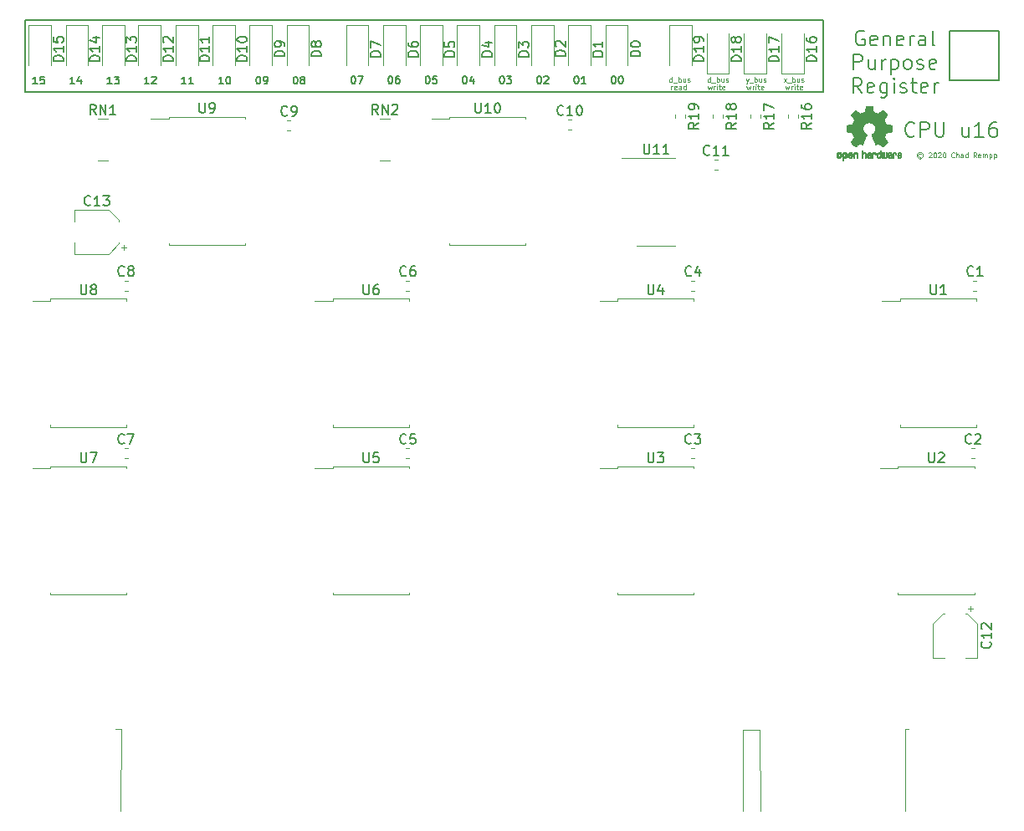
<source format=gbr>
G04 #@! TF.GenerationSoftware,KiCad,Pcbnew,(5.1.8)-1*
G04 #@! TF.CreationDate,2020-11-30T17:28:50-08:00*
G04 #@! TF.ProjectId,GPRModule,4750524d-6f64-4756-9c65-2e6b69636164,1.0*
G04 #@! TF.SameCoordinates,Original*
G04 #@! TF.FileFunction,Legend,Top*
G04 #@! TF.FilePolarity,Positive*
%FSLAX46Y46*%
G04 Gerber Fmt 4.6, Leading zero omitted, Abs format (unit mm)*
G04 Created by KiCad (PCBNEW (5.1.8)-1) date 2020-11-30 17:28:50*
%MOMM*%
%LPD*%
G01*
G04 APERTURE LIST*
%ADD10C,0.153000*%
%ADD11C,0.125000*%
%ADD12C,0.150000*%
%ADD13C,0.010000*%
%ADD14C,0.120000*%
G04 APERTURE END LIST*
D10*
X125568571Y-63583809D02*
X125640952Y-63583809D01*
X125713333Y-63620000D01*
X125749523Y-63656190D01*
X125785714Y-63728571D01*
X125821904Y-63873333D01*
X125821904Y-64054285D01*
X125785714Y-64199047D01*
X125749523Y-64271428D01*
X125713333Y-64307619D01*
X125640952Y-64343809D01*
X125568571Y-64343809D01*
X125496190Y-64307619D01*
X125460000Y-64271428D01*
X125423809Y-64199047D01*
X125387619Y-64054285D01*
X125387619Y-63873333D01*
X125423809Y-63728571D01*
X125460000Y-63656190D01*
X125496190Y-63620000D01*
X125568571Y-63583809D01*
X126075238Y-63583809D02*
X126581904Y-63583809D01*
X126256190Y-64343809D01*
X129332380Y-63583809D02*
X129404761Y-63583809D01*
X129477142Y-63620000D01*
X129513333Y-63656190D01*
X129549523Y-63728571D01*
X129585714Y-63873333D01*
X129585714Y-64054285D01*
X129549523Y-64199047D01*
X129513333Y-64271428D01*
X129477142Y-64307619D01*
X129404761Y-64343809D01*
X129332380Y-64343809D01*
X129260000Y-64307619D01*
X129223809Y-64271428D01*
X129187619Y-64199047D01*
X129151428Y-64054285D01*
X129151428Y-63873333D01*
X129187619Y-63728571D01*
X129223809Y-63656190D01*
X129260000Y-63620000D01*
X129332380Y-63583809D01*
X130237142Y-63583809D02*
X130092380Y-63583809D01*
X130020000Y-63620000D01*
X129983809Y-63656190D01*
X129911428Y-63764761D01*
X129875238Y-63909523D01*
X129875238Y-64199047D01*
X129911428Y-64271428D01*
X129947619Y-64307619D01*
X130020000Y-64343809D01*
X130164761Y-64343809D01*
X130237142Y-64307619D01*
X130273333Y-64271428D01*
X130309523Y-64199047D01*
X130309523Y-64018095D01*
X130273333Y-63945714D01*
X130237142Y-63909523D01*
X130164761Y-63873333D01*
X130020000Y-63873333D01*
X129947619Y-63909523D01*
X129911428Y-63945714D01*
X129875238Y-64018095D01*
X133096190Y-63583809D02*
X133168571Y-63583809D01*
X133240952Y-63620000D01*
X133277142Y-63656190D01*
X133313333Y-63728571D01*
X133349523Y-63873333D01*
X133349523Y-64054285D01*
X133313333Y-64199047D01*
X133277142Y-64271428D01*
X133240952Y-64307619D01*
X133168571Y-64343809D01*
X133096190Y-64343809D01*
X133023809Y-64307619D01*
X132987619Y-64271428D01*
X132951428Y-64199047D01*
X132915238Y-64054285D01*
X132915238Y-63873333D01*
X132951428Y-63728571D01*
X132987619Y-63656190D01*
X133023809Y-63620000D01*
X133096190Y-63583809D01*
X134037142Y-63583809D02*
X133675238Y-63583809D01*
X133639047Y-63945714D01*
X133675238Y-63909523D01*
X133747619Y-63873333D01*
X133928571Y-63873333D01*
X134000952Y-63909523D01*
X134037142Y-63945714D01*
X134073333Y-64018095D01*
X134073333Y-64199047D01*
X134037142Y-64271428D01*
X134000952Y-64307619D01*
X133928571Y-64343809D01*
X133747619Y-64343809D01*
X133675238Y-64307619D01*
X133639047Y-64271428D01*
X136860000Y-63583809D02*
X136932380Y-63583809D01*
X137004761Y-63620000D01*
X137040952Y-63656190D01*
X137077142Y-63728571D01*
X137113333Y-63873333D01*
X137113333Y-64054285D01*
X137077142Y-64199047D01*
X137040952Y-64271428D01*
X137004761Y-64307619D01*
X136932380Y-64343809D01*
X136860000Y-64343809D01*
X136787619Y-64307619D01*
X136751428Y-64271428D01*
X136715238Y-64199047D01*
X136679047Y-64054285D01*
X136679047Y-63873333D01*
X136715238Y-63728571D01*
X136751428Y-63656190D01*
X136787619Y-63620000D01*
X136860000Y-63583809D01*
X137764761Y-63837142D02*
X137764761Y-64343809D01*
X137583809Y-63547619D02*
X137402857Y-64090476D01*
X137873333Y-64090476D01*
X140623809Y-63583809D02*
X140696190Y-63583809D01*
X140768571Y-63620000D01*
X140804761Y-63656190D01*
X140840952Y-63728571D01*
X140877142Y-63873333D01*
X140877142Y-64054285D01*
X140840952Y-64199047D01*
X140804761Y-64271428D01*
X140768571Y-64307619D01*
X140696190Y-64343809D01*
X140623809Y-64343809D01*
X140551428Y-64307619D01*
X140515238Y-64271428D01*
X140479047Y-64199047D01*
X140442857Y-64054285D01*
X140442857Y-63873333D01*
X140479047Y-63728571D01*
X140515238Y-63656190D01*
X140551428Y-63620000D01*
X140623809Y-63583809D01*
X141130476Y-63583809D02*
X141600952Y-63583809D01*
X141347619Y-63873333D01*
X141456190Y-63873333D01*
X141528571Y-63909523D01*
X141564761Y-63945714D01*
X141600952Y-64018095D01*
X141600952Y-64199047D01*
X141564761Y-64271428D01*
X141528571Y-64307619D01*
X141456190Y-64343809D01*
X141239047Y-64343809D01*
X141166666Y-64307619D01*
X141130476Y-64271428D01*
X144387619Y-63583809D02*
X144460000Y-63583809D01*
X144532380Y-63620000D01*
X144568571Y-63656190D01*
X144604761Y-63728571D01*
X144640952Y-63873333D01*
X144640952Y-64054285D01*
X144604761Y-64199047D01*
X144568571Y-64271428D01*
X144532380Y-64307619D01*
X144460000Y-64343809D01*
X144387619Y-64343809D01*
X144315238Y-64307619D01*
X144279047Y-64271428D01*
X144242857Y-64199047D01*
X144206666Y-64054285D01*
X144206666Y-63873333D01*
X144242857Y-63728571D01*
X144279047Y-63656190D01*
X144315238Y-63620000D01*
X144387619Y-63583809D01*
X144930476Y-63656190D02*
X144966666Y-63620000D01*
X145039047Y-63583809D01*
X145220000Y-63583809D01*
X145292380Y-63620000D01*
X145328571Y-63656190D01*
X145364761Y-63728571D01*
X145364761Y-63800952D01*
X145328571Y-63909523D01*
X144894285Y-64343809D01*
X145364761Y-64343809D01*
X148151428Y-63583809D02*
X148223809Y-63583809D01*
X148296190Y-63620000D01*
X148332380Y-63656190D01*
X148368571Y-63728571D01*
X148404761Y-63873333D01*
X148404761Y-64054285D01*
X148368571Y-64199047D01*
X148332380Y-64271428D01*
X148296190Y-64307619D01*
X148223809Y-64343809D01*
X148151428Y-64343809D01*
X148079047Y-64307619D01*
X148042857Y-64271428D01*
X148006666Y-64199047D01*
X147970476Y-64054285D01*
X147970476Y-63873333D01*
X148006666Y-63728571D01*
X148042857Y-63656190D01*
X148079047Y-63620000D01*
X148151428Y-63583809D01*
X149128571Y-64343809D02*
X148694285Y-64343809D01*
X148911428Y-64343809D02*
X148911428Y-63583809D01*
X148839047Y-63692380D01*
X148766666Y-63764761D01*
X148694285Y-63800952D01*
X151915238Y-63583809D02*
X151987619Y-63583809D01*
X152060000Y-63620000D01*
X152096190Y-63656190D01*
X152132380Y-63728571D01*
X152168571Y-63873333D01*
X152168571Y-64054285D01*
X152132380Y-64199047D01*
X152096190Y-64271428D01*
X152060000Y-64307619D01*
X151987619Y-64343809D01*
X151915238Y-64343809D01*
X151842857Y-64307619D01*
X151806666Y-64271428D01*
X151770476Y-64199047D01*
X151734285Y-64054285D01*
X151734285Y-63873333D01*
X151770476Y-63728571D01*
X151806666Y-63656190D01*
X151842857Y-63620000D01*
X151915238Y-63583809D01*
X152639047Y-63583809D02*
X152711428Y-63583809D01*
X152783809Y-63620000D01*
X152820000Y-63656190D01*
X152856190Y-63728571D01*
X152892380Y-63873333D01*
X152892380Y-64054285D01*
X152856190Y-64199047D01*
X152820000Y-64271428D01*
X152783809Y-64307619D01*
X152711428Y-64343809D01*
X152639047Y-64343809D01*
X152566666Y-64307619D01*
X152530476Y-64271428D01*
X152494285Y-64199047D01*
X152458095Y-64054285D01*
X152458095Y-63873333D01*
X152494285Y-63728571D01*
X152530476Y-63656190D01*
X152566666Y-63620000D01*
X152639047Y-63583809D01*
X92400000Y-57950000D02*
X173150000Y-57950000D01*
X92400000Y-65200000D02*
X92400000Y-57950000D01*
X173150000Y-65200000D02*
X92400000Y-65200000D01*
X173150000Y-57950000D02*
X173150000Y-65200000D01*
D11*
X157787619Y-64939761D02*
X157787619Y-64586428D01*
X157787619Y-64687380D02*
X157812857Y-64636904D01*
X157838095Y-64611666D01*
X157888571Y-64586428D01*
X157939047Y-64586428D01*
X158317619Y-64914523D02*
X158267142Y-64939761D01*
X158166190Y-64939761D01*
X158115714Y-64914523D01*
X158090476Y-64864047D01*
X158090476Y-64662142D01*
X158115714Y-64611666D01*
X158166190Y-64586428D01*
X158267142Y-64586428D01*
X158317619Y-64611666D01*
X158342857Y-64662142D01*
X158342857Y-64712619D01*
X158090476Y-64763095D01*
X158797142Y-64939761D02*
X158797142Y-64662142D01*
X158771904Y-64611666D01*
X158721428Y-64586428D01*
X158620476Y-64586428D01*
X158570000Y-64611666D01*
X158797142Y-64914523D02*
X158746666Y-64939761D01*
X158620476Y-64939761D01*
X158570000Y-64914523D01*
X158544761Y-64864047D01*
X158544761Y-64813571D01*
X158570000Y-64763095D01*
X158620476Y-64737857D01*
X158746666Y-64737857D01*
X158797142Y-64712619D01*
X159276666Y-64939761D02*
X159276666Y-64409761D01*
X159276666Y-64914523D02*
X159226190Y-64939761D01*
X159125238Y-64939761D01*
X159074761Y-64914523D01*
X159049523Y-64889285D01*
X159024285Y-64838809D01*
X159024285Y-64687380D01*
X159049523Y-64636904D01*
X159074761Y-64611666D01*
X159125238Y-64586428D01*
X159226190Y-64586428D01*
X159276666Y-64611666D01*
X161497619Y-64586428D02*
X161598571Y-64939761D01*
X161699523Y-64687380D01*
X161800476Y-64939761D01*
X161901428Y-64586428D01*
X162103333Y-64939761D02*
X162103333Y-64586428D01*
X162103333Y-64687380D02*
X162128571Y-64636904D01*
X162153809Y-64611666D01*
X162204285Y-64586428D01*
X162254761Y-64586428D01*
X162431428Y-64939761D02*
X162431428Y-64586428D01*
X162431428Y-64409761D02*
X162406190Y-64435000D01*
X162431428Y-64460238D01*
X162456666Y-64435000D01*
X162431428Y-64409761D01*
X162431428Y-64460238D01*
X162608095Y-64586428D02*
X162810000Y-64586428D01*
X162683809Y-64409761D02*
X162683809Y-64864047D01*
X162709047Y-64914523D01*
X162759523Y-64939761D01*
X162810000Y-64939761D01*
X163188571Y-64914523D02*
X163138095Y-64939761D01*
X163037142Y-64939761D01*
X162986666Y-64914523D01*
X162961428Y-64864047D01*
X162961428Y-64662142D01*
X162986666Y-64611666D01*
X163037142Y-64586428D01*
X163138095Y-64586428D01*
X163188571Y-64611666D01*
X163213809Y-64662142D01*
X163213809Y-64712619D01*
X162961428Y-64763095D01*
X165409523Y-64586428D02*
X165510476Y-64939761D01*
X165611428Y-64687380D01*
X165712380Y-64939761D01*
X165813333Y-64586428D01*
X166015238Y-64939761D02*
X166015238Y-64586428D01*
X166015238Y-64687380D02*
X166040476Y-64636904D01*
X166065714Y-64611666D01*
X166116190Y-64586428D01*
X166166666Y-64586428D01*
X166343333Y-64939761D02*
X166343333Y-64586428D01*
X166343333Y-64409761D02*
X166318095Y-64435000D01*
X166343333Y-64460238D01*
X166368571Y-64435000D01*
X166343333Y-64409761D01*
X166343333Y-64460238D01*
X166520000Y-64586428D02*
X166721904Y-64586428D01*
X166595714Y-64409761D02*
X166595714Y-64864047D01*
X166620952Y-64914523D01*
X166671428Y-64939761D01*
X166721904Y-64939761D01*
X167100476Y-64914523D02*
X167050000Y-64939761D01*
X166949047Y-64939761D01*
X166898571Y-64914523D01*
X166873333Y-64864047D01*
X166873333Y-64662142D01*
X166898571Y-64611666D01*
X166949047Y-64586428D01*
X167050000Y-64586428D01*
X167100476Y-64611666D01*
X167125714Y-64662142D01*
X167125714Y-64712619D01*
X166873333Y-64763095D01*
X169321428Y-64586428D02*
X169422380Y-64939761D01*
X169523333Y-64687380D01*
X169624285Y-64939761D01*
X169725238Y-64586428D01*
X169927142Y-64939761D02*
X169927142Y-64586428D01*
X169927142Y-64687380D02*
X169952380Y-64636904D01*
X169977619Y-64611666D01*
X170028095Y-64586428D01*
X170078571Y-64586428D01*
X170255238Y-64939761D02*
X170255238Y-64586428D01*
X170255238Y-64409761D02*
X170230000Y-64435000D01*
X170255238Y-64460238D01*
X170280476Y-64435000D01*
X170255238Y-64409761D01*
X170255238Y-64460238D01*
X170431904Y-64586428D02*
X170633809Y-64586428D01*
X170507619Y-64409761D02*
X170507619Y-64864047D01*
X170532857Y-64914523D01*
X170583333Y-64939761D01*
X170633809Y-64939761D01*
X171012380Y-64914523D02*
X170961904Y-64939761D01*
X170860952Y-64939761D01*
X170810476Y-64914523D01*
X170785238Y-64864047D01*
X170785238Y-64662142D01*
X170810476Y-64611666D01*
X170860952Y-64586428D01*
X170961904Y-64586428D01*
X171012380Y-64611666D01*
X171037619Y-64662142D01*
X171037619Y-64712619D01*
X170785238Y-64763095D01*
X157850714Y-64189761D02*
X157850714Y-63659761D01*
X157850714Y-64164523D02*
X157800238Y-64189761D01*
X157699285Y-64189761D01*
X157648809Y-64164523D01*
X157623571Y-64139285D01*
X157598333Y-64088809D01*
X157598333Y-63937380D01*
X157623571Y-63886904D01*
X157648809Y-63861666D01*
X157699285Y-63836428D01*
X157800238Y-63836428D01*
X157850714Y-63861666D01*
X157976904Y-64240238D02*
X158380714Y-64240238D01*
X158506904Y-64189761D02*
X158506904Y-63659761D01*
X158506904Y-63861666D02*
X158557380Y-63836428D01*
X158658333Y-63836428D01*
X158708809Y-63861666D01*
X158734047Y-63886904D01*
X158759285Y-63937380D01*
X158759285Y-64088809D01*
X158734047Y-64139285D01*
X158708809Y-64164523D01*
X158658333Y-64189761D01*
X158557380Y-64189761D01*
X158506904Y-64164523D01*
X159213571Y-63836428D02*
X159213571Y-64189761D01*
X158986428Y-63836428D02*
X158986428Y-64114047D01*
X159011666Y-64164523D01*
X159062142Y-64189761D01*
X159137857Y-64189761D01*
X159188333Y-64164523D01*
X159213571Y-64139285D01*
X159440714Y-64164523D02*
X159491190Y-64189761D01*
X159592142Y-64189761D01*
X159642619Y-64164523D01*
X159667857Y-64114047D01*
X159667857Y-64088809D01*
X159642619Y-64038333D01*
X159592142Y-64013095D01*
X159516428Y-64013095D01*
X159465952Y-63987857D01*
X159440714Y-63937380D01*
X159440714Y-63912142D01*
X159465952Y-63861666D01*
X159516428Y-63836428D01*
X159592142Y-63836428D01*
X159642619Y-63861666D01*
X161737380Y-64189761D02*
X161737380Y-63659761D01*
X161737380Y-64164523D02*
X161686904Y-64189761D01*
X161585952Y-64189761D01*
X161535476Y-64164523D01*
X161510238Y-64139285D01*
X161485000Y-64088809D01*
X161485000Y-63937380D01*
X161510238Y-63886904D01*
X161535476Y-63861666D01*
X161585952Y-63836428D01*
X161686904Y-63836428D01*
X161737380Y-63861666D01*
X161863571Y-64240238D02*
X162267380Y-64240238D01*
X162393571Y-64189761D02*
X162393571Y-63659761D01*
X162393571Y-63861666D02*
X162444047Y-63836428D01*
X162545000Y-63836428D01*
X162595476Y-63861666D01*
X162620714Y-63886904D01*
X162645952Y-63937380D01*
X162645952Y-64088809D01*
X162620714Y-64139285D01*
X162595476Y-64164523D01*
X162545000Y-64189761D01*
X162444047Y-64189761D01*
X162393571Y-64164523D01*
X163100238Y-63836428D02*
X163100238Y-64189761D01*
X162873095Y-63836428D02*
X162873095Y-64114047D01*
X162898333Y-64164523D01*
X162948809Y-64189761D01*
X163024523Y-64189761D01*
X163075000Y-64164523D01*
X163100238Y-64139285D01*
X163327380Y-64164523D02*
X163377857Y-64189761D01*
X163478809Y-64189761D01*
X163529285Y-64164523D01*
X163554523Y-64114047D01*
X163554523Y-64088809D01*
X163529285Y-64038333D01*
X163478809Y-64013095D01*
X163403095Y-64013095D01*
X163352619Y-63987857D01*
X163327380Y-63937380D01*
X163327380Y-63912142D01*
X163352619Y-63861666D01*
X163403095Y-63836428D01*
X163478809Y-63836428D01*
X163529285Y-63861666D01*
X165346428Y-63836428D02*
X165472619Y-64189761D01*
X165598809Y-63836428D02*
X165472619Y-64189761D01*
X165422142Y-64315952D01*
X165396904Y-64341190D01*
X165346428Y-64366428D01*
X165674523Y-64240238D02*
X166078333Y-64240238D01*
X166204523Y-64189761D02*
X166204523Y-63659761D01*
X166204523Y-63861666D02*
X166255000Y-63836428D01*
X166355952Y-63836428D01*
X166406428Y-63861666D01*
X166431666Y-63886904D01*
X166456904Y-63937380D01*
X166456904Y-64088809D01*
X166431666Y-64139285D01*
X166406428Y-64164523D01*
X166355952Y-64189761D01*
X166255000Y-64189761D01*
X166204523Y-64164523D01*
X166911190Y-63836428D02*
X166911190Y-64189761D01*
X166684047Y-63836428D02*
X166684047Y-64114047D01*
X166709285Y-64164523D01*
X166759761Y-64189761D01*
X166835476Y-64189761D01*
X166885952Y-64164523D01*
X166911190Y-64139285D01*
X167138333Y-64164523D02*
X167188809Y-64189761D01*
X167289761Y-64189761D01*
X167340238Y-64164523D01*
X167365476Y-64114047D01*
X167365476Y-64088809D01*
X167340238Y-64038333D01*
X167289761Y-64013095D01*
X167214047Y-64013095D01*
X167163571Y-63987857D01*
X167138333Y-63937380D01*
X167138333Y-63912142D01*
X167163571Y-63861666D01*
X167214047Y-63836428D01*
X167289761Y-63836428D01*
X167340238Y-63861666D01*
X169157380Y-64189761D02*
X169435000Y-63836428D01*
X169157380Y-63836428D02*
X169435000Y-64189761D01*
X169510714Y-64240238D02*
X169914523Y-64240238D01*
X170040714Y-64189761D02*
X170040714Y-63659761D01*
X170040714Y-63861666D02*
X170091190Y-63836428D01*
X170192142Y-63836428D01*
X170242619Y-63861666D01*
X170267857Y-63886904D01*
X170293095Y-63937380D01*
X170293095Y-64088809D01*
X170267857Y-64139285D01*
X170242619Y-64164523D01*
X170192142Y-64189761D01*
X170091190Y-64189761D01*
X170040714Y-64164523D01*
X170747380Y-63836428D02*
X170747380Y-64189761D01*
X170520238Y-63836428D02*
X170520238Y-64114047D01*
X170545476Y-64164523D01*
X170595952Y-64189761D01*
X170671666Y-64189761D01*
X170722142Y-64164523D01*
X170747380Y-64139285D01*
X170974523Y-64164523D02*
X171025000Y-64189761D01*
X171125952Y-64189761D01*
X171176428Y-64164523D01*
X171201666Y-64114047D01*
X171201666Y-64088809D01*
X171176428Y-64038333D01*
X171125952Y-64013095D01*
X171050238Y-64013095D01*
X170999761Y-63987857D01*
X170974523Y-63937380D01*
X170974523Y-63912142D01*
X170999761Y-63861666D01*
X171050238Y-63836428D01*
X171125952Y-63836428D01*
X171176428Y-63861666D01*
D10*
X93631904Y-64383809D02*
X93197619Y-64383809D01*
X93414761Y-64383809D02*
X93414761Y-63623809D01*
X93342380Y-63732380D01*
X93270000Y-63804761D01*
X93197619Y-63840952D01*
X94319523Y-63623809D02*
X93957619Y-63623809D01*
X93921428Y-63985714D01*
X93957619Y-63949523D01*
X94030000Y-63913333D01*
X94210952Y-63913333D01*
X94283333Y-63949523D01*
X94319523Y-63985714D01*
X94355714Y-64058095D01*
X94355714Y-64239047D01*
X94319523Y-64311428D01*
X94283333Y-64347619D01*
X94210952Y-64383809D01*
X94030000Y-64383809D01*
X93957619Y-64347619D01*
X93921428Y-64311428D01*
X97395714Y-64383809D02*
X96961428Y-64383809D01*
X97178571Y-64383809D02*
X97178571Y-63623809D01*
X97106190Y-63732380D01*
X97033809Y-63804761D01*
X96961428Y-63840952D01*
X98047142Y-63877142D02*
X98047142Y-64383809D01*
X97866190Y-63587619D02*
X97685238Y-64130476D01*
X98155714Y-64130476D01*
X101159523Y-64383809D02*
X100725238Y-64383809D01*
X100942380Y-64383809D02*
X100942380Y-63623809D01*
X100870000Y-63732380D01*
X100797619Y-63804761D01*
X100725238Y-63840952D01*
X101412857Y-63623809D02*
X101883333Y-63623809D01*
X101630000Y-63913333D01*
X101738571Y-63913333D01*
X101810952Y-63949523D01*
X101847142Y-63985714D01*
X101883333Y-64058095D01*
X101883333Y-64239047D01*
X101847142Y-64311428D01*
X101810952Y-64347619D01*
X101738571Y-64383809D01*
X101521428Y-64383809D01*
X101449047Y-64347619D01*
X101412857Y-64311428D01*
X104923333Y-64383809D02*
X104489047Y-64383809D01*
X104706190Y-64383809D02*
X104706190Y-63623809D01*
X104633809Y-63732380D01*
X104561428Y-63804761D01*
X104489047Y-63840952D01*
X105212857Y-63696190D02*
X105249047Y-63660000D01*
X105321428Y-63623809D01*
X105502380Y-63623809D01*
X105574761Y-63660000D01*
X105610952Y-63696190D01*
X105647142Y-63768571D01*
X105647142Y-63840952D01*
X105610952Y-63949523D01*
X105176666Y-64383809D01*
X105647142Y-64383809D01*
X108687142Y-64383809D02*
X108252857Y-64383809D01*
X108470000Y-64383809D02*
X108470000Y-63623809D01*
X108397619Y-63732380D01*
X108325238Y-63804761D01*
X108252857Y-63840952D01*
X109410952Y-64383809D02*
X108976666Y-64383809D01*
X109193809Y-64383809D02*
X109193809Y-63623809D01*
X109121428Y-63732380D01*
X109049047Y-63804761D01*
X108976666Y-63840952D01*
X112450952Y-64383809D02*
X112016666Y-64383809D01*
X112233809Y-64383809D02*
X112233809Y-63623809D01*
X112161428Y-63732380D01*
X112089047Y-63804761D01*
X112016666Y-63840952D01*
X112921428Y-63623809D02*
X112993809Y-63623809D01*
X113066190Y-63660000D01*
X113102380Y-63696190D01*
X113138571Y-63768571D01*
X113174761Y-63913333D01*
X113174761Y-64094285D01*
X113138571Y-64239047D01*
X113102380Y-64311428D01*
X113066190Y-64347619D01*
X112993809Y-64383809D01*
X112921428Y-64383809D01*
X112849047Y-64347619D01*
X112812857Y-64311428D01*
X112776666Y-64239047D01*
X112740476Y-64094285D01*
X112740476Y-63913333D01*
X112776666Y-63768571D01*
X112812857Y-63696190D01*
X112849047Y-63660000D01*
X112921428Y-63623809D01*
X115961428Y-63623809D02*
X116033809Y-63623809D01*
X116106190Y-63660000D01*
X116142380Y-63696190D01*
X116178571Y-63768571D01*
X116214761Y-63913333D01*
X116214761Y-64094285D01*
X116178571Y-64239047D01*
X116142380Y-64311428D01*
X116106190Y-64347619D01*
X116033809Y-64383809D01*
X115961428Y-64383809D01*
X115889047Y-64347619D01*
X115852857Y-64311428D01*
X115816666Y-64239047D01*
X115780476Y-64094285D01*
X115780476Y-63913333D01*
X115816666Y-63768571D01*
X115852857Y-63696190D01*
X115889047Y-63660000D01*
X115961428Y-63623809D01*
X116576666Y-64383809D02*
X116721428Y-64383809D01*
X116793809Y-64347619D01*
X116830000Y-64311428D01*
X116902380Y-64202857D01*
X116938571Y-64058095D01*
X116938571Y-63768571D01*
X116902380Y-63696190D01*
X116866190Y-63660000D01*
X116793809Y-63623809D01*
X116649047Y-63623809D01*
X116576666Y-63660000D01*
X116540476Y-63696190D01*
X116504285Y-63768571D01*
X116504285Y-63949523D01*
X116540476Y-64021904D01*
X116576666Y-64058095D01*
X116649047Y-64094285D01*
X116793809Y-64094285D01*
X116866190Y-64058095D01*
X116902380Y-64021904D01*
X116938571Y-63949523D01*
X119725238Y-63623809D02*
X119797619Y-63623809D01*
X119870000Y-63660000D01*
X119906190Y-63696190D01*
X119942380Y-63768571D01*
X119978571Y-63913333D01*
X119978571Y-64094285D01*
X119942380Y-64239047D01*
X119906190Y-64311428D01*
X119870000Y-64347619D01*
X119797619Y-64383809D01*
X119725238Y-64383809D01*
X119652857Y-64347619D01*
X119616666Y-64311428D01*
X119580476Y-64239047D01*
X119544285Y-64094285D01*
X119544285Y-63913333D01*
X119580476Y-63768571D01*
X119616666Y-63696190D01*
X119652857Y-63660000D01*
X119725238Y-63623809D01*
X120412857Y-63949523D02*
X120340476Y-63913333D01*
X120304285Y-63877142D01*
X120268095Y-63804761D01*
X120268095Y-63768571D01*
X120304285Y-63696190D01*
X120340476Y-63660000D01*
X120412857Y-63623809D01*
X120557619Y-63623809D01*
X120630000Y-63660000D01*
X120666190Y-63696190D01*
X120702380Y-63768571D01*
X120702380Y-63804761D01*
X120666190Y-63877142D01*
X120630000Y-63913333D01*
X120557619Y-63949523D01*
X120412857Y-63949523D01*
X120340476Y-63985714D01*
X120304285Y-64021904D01*
X120268095Y-64094285D01*
X120268095Y-64239047D01*
X120304285Y-64311428D01*
X120340476Y-64347619D01*
X120412857Y-64383809D01*
X120557619Y-64383809D01*
X120630000Y-64347619D01*
X120666190Y-64311428D01*
X120702380Y-64239047D01*
X120702380Y-64094285D01*
X120666190Y-64021904D01*
X120630000Y-63985714D01*
X120557619Y-63949523D01*
D12*
X185950000Y-64000000D02*
X185950000Y-58991000D01*
X190950000Y-64000000D02*
X185950000Y-64000000D01*
X190950000Y-58991000D02*
X190950000Y-64000000D01*
X185950000Y-58991000D02*
X190950000Y-58991000D01*
X177292857Y-59050000D02*
X177150000Y-58978571D01*
X176935714Y-58978571D01*
X176721428Y-59050000D01*
X176578571Y-59192857D01*
X176507142Y-59335714D01*
X176435714Y-59621428D01*
X176435714Y-59835714D01*
X176507142Y-60121428D01*
X176578571Y-60264285D01*
X176721428Y-60407142D01*
X176935714Y-60478571D01*
X177078571Y-60478571D01*
X177292857Y-60407142D01*
X177364285Y-60335714D01*
X177364285Y-59835714D01*
X177078571Y-59835714D01*
X178578571Y-60407142D02*
X178435714Y-60478571D01*
X178150000Y-60478571D01*
X178007142Y-60407142D01*
X177935714Y-60264285D01*
X177935714Y-59692857D01*
X178007142Y-59550000D01*
X178150000Y-59478571D01*
X178435714Y-59478571D01*
X178578571Y-59550000D01*
X178650000Y-59692857D01*
X178650000Y-59835714D01*
X177935714Y-59978571D01*
X179292857Y-59478571D02*
X179292857Y-60478571D01*
X179292857Y-59621428D02*
X179364285Y-59550000D01*
X179507142Y-59478571D01*
X179721428Y-59478571D01*
X179864285Y-59550000D01*
X179935714Y-59692857D01*
X179935714Y-60478571D01*
X181221428Y-60407142D02*
X181078571Y-60478571D01*
X180792857Y-60478571D01*
X180650000Y-60407142D01*
X180578571Y-60264285D01*
X180578571Y-59692857D01*
X180650000Y-59550000D01*
X180792857Y-59478571D01*
X181078571Y-59478571D01*
X181221428Y-59550000D01*
X181292857Y-59692857D01*
X181292857Y-59835714D01*
X180578571Y-59978571D01*
X181935714Y-60478571D02*
X181935714Y-59478571D01*
X181935714Y-59764285D02*
X182007142Y-59621428D01*
X182078571Y-59550000D01*
X182221428Y-59478571D01*
X182364285Y-59478571D01*
X183507142Y-60478571D02*
X183507142Y-59692857D01*
X183435714Y-59550000D01*
X183292857Y-59478571D01*
X183007142Y-59478571D01*
X182864285Y-59550000D01*
X183507142Y-60407142D02*
X183364285Y-60478571D01*
X183007142Y-60478571D01*
X182864285Y-60407142D01*
X182792857Y-60264285D01*
X182792857Y-60121428D01*
X182864285Y-59978571D01*
X183007142Y-59907142D01*
X183364285Y-59907142D01*
X183507142Y-59835714D01*
X184435714Y-60478571D02*
X184292857Y-60407142D01*
X184221428Y-60264285D01*
X184221428Y-58978571D01*
X176257142Y-62878571D02*
X176257142Y-61378571D01*
X176828571Y-61378571D01*
X176971428Y-61450000D01*
X177042857Y-61521428D01*
X177114285Y-61664285D01*
X177114285Y-61878571D01*
X177042857Y-62021428D01*
X176971428Y-62092857D01*
X176828571Y-62164285D01*
X176257142Y-62164285D01*
X178400000Y-61878571D02*
X178400000Y-62878571D01*
X177757142Y-61878571D02*
X177757142Y-62664285D01*
X177828571Y-62807142D01*
X177971428Y-62878571D01*
X178185714Y-62878571D01*
X178328571Y-62807142D01*
X178400000Y-62735714D01*
X179114285Y-62878571D02*
X179114285Y-61878571D01*
X179114285Y-62164285D02*
X179185714Y-62021428D01*
X179257142Y-61950000D01*
X179400000Y-61878571D01*
X179542857Y-61878571D01*
X180042857Y-61878571D02*
X180042857Y-63378571D01*
X180042857Y-61950000D02*
X180185714Y-61878571D01*
X180471428Y-61878571D01*
X180614285Y-61950000D01*
X180685714Y-62021428D01*
X180757142Y-62164285D01*
X180757142Y-62592857D01*
X180685714Y-62735714D01*
X180614285Y-62807142D01*
X180471428Y-62878571D01*
X180185714Y-62878571D01*
X180042857Y-62807142D01*
X181614285Y-62878571D02*
X181471428Y-62807142D01*
X181400000Y-62735714D01*
X181328571Y-62592857D01*
X181328571Y-62164285D01*
X181400000Y-62021428D01*
X181471428Y-61950000D01*
X181614285Y-61878571D01*
X181828571Y-61878571D01*
X181971428Y-61950000D01*
X182042857Y-62021428D01*
X182114285Y-62164285D01*
X182114285Y-62592857D01*
X182042857Y-62735714D01*
X181971428Y-62807142D01*
X181828571Y-62878571D01*
X181614285Y-62878571D01*
X182685714Y-62807142D02*
X182828571Y-62878571D01*
X183114285Y-62878571D01*
X183257142Y-62807142D01*
X183328571Y-62664285D01*
X183328571Y-62592857D01*
X183257142Y-62450000D01*
X183114285Y-62378571D01*
X182900000Y-62378571D01*
X182757142Y-62307142D01*
X182685714Y-62164285D01*
X182685714Y-62092857D01*
X182757142Y-61950000D01*
X182900000Y-61878571D01*
X183114285Y-61878571D01*
X183257142Y-61950000D01*
X184542857Y-62807142D02*
X184400000Y-62878571D01*
X184114285Y-62878571D01*
X183971428Y-62807142D01*
X183900000Y-62664285D01*
X183900000Y-62092857D01*
X183971428Y-61950000D01*
X184114285Y-61878571D01*
X184400000Y-61878571D01*
X184542857Y-61950000D01*
X184614285Y-62092857D01*
X184614285Y-62235714D01*
X183900000Y-62378571D01*
X177042857Y-65278571D02*
X176542857Y-64564285D01*
X176185714Y-65278571D02*
X176185714Y-63778571D01*
X176757142Y-63778571D01*
X176900000Y-63850000D01*
X176971428Y-63921428D01*
X177042857Y-64064285D01*
X177042857Y-64278571D01*
X176971428Y-64421428D01*
X176900000Y-64492857D01*
X176757142Y-64564285D01*
X176185714Y-64564285D01*
X178257142Y-65207142D02*
X178114285Y-65278571D01*
X177828571Y-65278571D01*
X177685714Y-65207142D01*
X177614285Y-65064285D01*
X177614285Y-64492857D01*
X177685714Y-64350000D01*
X177828571Y-64278571D01*
X178114285Y-64278571D01*
X178257142Y-64350000D01*
X178328571Y-64492857D01*
X178328571Y-64635714D01*
X177614285Y-64778571D01*
X179614285Y-64278571D02*
X179614285Y-65492857D01*
X179542857Y-65635714D01*
X179471428Y-65707142D01*
X179328571Y-65778571D01*
X179114285Y-65778571D01*
X178971428Y-65707142D01*
X179614285Y-65207142D02*
X179471428Y-65278571D01*
X179185714Y-65278571D01*
X179042857Y-65207142D01*
X178971428Y-65135714D01*
X178900000Y-64992857D01*
X178900000Y-64564285D01*
X178971428Y-64421428D01*
X179042857Y-64350000D01*
X179185714Y-64278571D01*
X179471428Y-64278571D01*
X179614285Y-64350000D01*
X180328571Y-65278571D02*
X180328571Y-64278571D01*
X180328571Y-63778571D02*
X180257142Y-63850000D01*
X180328571Y-63921428D01*
X180400000Y-63850000D01*
X180328571Y-63778571D01*
X180328571Y-63921428D01*
X180971428Y-65207142D02*
X181114285Y-65278571D01*
X181400000Y-65278571D01*
X181542857Y-65207142D01*
X181614285Y-65064285D01*
X181614285Y-64992857D01*
X181542857Y-64850000D01*
X181400000Y-64778571D01*
X181185714Y-64778571D01*
X181042857Y-64707142D01*
X180971428Y-64564285D01*
X180971428Y-64492857D01*
X181042857Y-64350000D01*
X181185714Y-64278571D01*
X181400000Y-64278571D01*
X181542857Y-64350000D01*
X182042857Y-64278571D02*
X182614285Y-64278571D01*
X182257142Y-63778571D02*
X182257142Y-65064285D01*
X182328571Y-65207142D01*
X182471428Y-65278571D01*
X182614285Y-65278571D01*
X183685714Y-65207142D02*
X183542857Y-65278571D01*
X183257142Y-65278571D01*
X183114285Y-65207142D01*
X183042857Y-65064285D01*
X183042857Y-64492857D01*
X183114285Y-64350000D01*
X183257142Y-64278571D01*
X183542857Y-64278571D01*
X183685714Y-64350000D01*
X183757142Y-64492857D01*
X183757142Y-64635714D01*
X183042857Y-64778571D01*
X184400000Y-65278571D02*
X184400000Y-64278571D01*
X184400000Y-64564285D02*
X184471428Y-64421428D01*
X184542857Y-64350000D01*
X184685714Y-64278571D01*
X184828571Y-64278571D01*
D11*
X183036857Y-71446238D02*
X182989238Y-71422428D01*
X182894000Y-71422428D01*
X182846380Y-71446238D01*
X182798761Y-71493857D01*
X182774952Y-71541476D01*
X182774952Y-71636714D01*
X182798761Y-71684333D01*
X182846380Y-71731952D01*
X182894000Y-71755761D01*
X182989238Y-71755761D01*
X183036857Y-71731952D01*
X182941619Y-71255761D02*
X182822571Y-71279571D01*
X182703523Y-71351000D01*
X182632095Y-71470047D01*
X182608285Y-71589095D01*
X182632095Y-71708142D01*
X182703523Y-71827190D01*
X182822571Y-71898619D01*
X182941619Y-71922428D01*
X183060666Y-71898619D01*
X183179714Y-71827190D01*
X183251142Y-71708142D01*
X183274952Y-71589095D01*
X183251142Y-71470047D01*
X183179714Y-71351000D01*
X183060666Y-71279571D01*
X182941619Y-71255761D01*
X183846380Y-71374809D02*
X183870190Y-71351000D01*
X183917809Y-71327190D01*
X184036857Y-71327190D01*
X184084476Y-71351000D01*
X184108285Y-71374809D01*
X184132095Y-71422428D01*
X184132095Y-71470047D01*
X184108285Y-71541476D01*
X183822571Y-71827190D01*
X184132095Y-71827190D01*
X184441619Y-71327190D02*
X184489238Y-71327190D01*
X184536857Y-71351000D01*
X184560666Y-71374809D01*
X184584476Y-71422428D01*
X184608285Y-71517666D01*
X184608285Y-71636714D01*
X184584476Y-71731952D01*
X184560666Y-71779571D01*
X184536857Y-71803380D01*
X184489238Y-71827190D01*
X184441619Y-71827190D01*
X184394000Y-71803380D01*
X184370190Y-71779571D01*
X184346380Y-71731952D01*
X184322571Y-71636714D01*
X184322571Y-71517666D01*
X184346380Y-71422428D01*
X184370190Y-71374809D01*
X184394000Y-71351000D01*
X184441619Y-71327190D01*
X184798761Y-71374809D02*
X184822571Y-71351000D01*
X184870190Y-71327190D01*
X184989238Y-71327190D01*
X185036857Y-71351000D01*
X185060666Y-71374809D01*
X185084476Y-71422428D01*
X185084476Y-71470047D01*
X185060666Y-71541476D01*
X184774952Y-71827190D01*
X185084476Y-71827190D01*
X185394000Y-71327190D02*
X185441619Y-71327190D01*
X185489238Y-71351000D01*
X185513047Y-71374809D01*
X185536857Y-71422428D01*
X185560666Y-71517666D01*
X185560666Y-71636714D01*
X185536857Y-71731952D01*
X185513047Y-71779571D01*
X185489238Y-71803380D01*
X185441619Y-71827190D01*
X185394000Y-71827190D01*
X185346380Y-71803380D01*
X185322571Y-71779571D01*
X185298761Y-71731952D01*
X185274952Y-71636714D01*
X185274952Y-71517666D01*
X185298761Y-71422428D01*
X185322571Y-71374809D01*
X185346380Y-71351000D01*
X185394000Y-71327190D01*
X186441619Y-71779571D02*
X186417809Y-71803380D01*
X186346380Y-71827190D01*
X186298761Y-71827190D01*
X186227333Y-71803380D01*
X186179714Y-71755761D01*
X186155904Y-71708142D01*
X186132095Y-71612904D01*
X186132095Y-71541476D01*
X186155904Y-71446238D01*
X186179714Y-71398619D01*
X186227333Y-71351000D01*
X186298761Y-71327190D01*
X186346380Y-71327190D01*
X186417809Y-71351000D01*
X186441619Y-71374809D01*
X186655904Y-71827190D02*
X186655904Y-71327190D01*
X186870190Y-71827190D02*
X186870190Y-71565285D01*
X186846380Y-71517666D01*
X186798761Y-71493857D01*
X186727333Y-71493857D01*
X186679714Y-71517666D01*
X186655904Y-71541476D01*
X187322571Y-71827190D02*
X187322571Y-71565285D01*
X187298761Y-71517666D01*
X187251142Y-71493857D01*
X187155904Y-71493857D01*
X187108285Y-71517666D01*
X187322571Y-71803380D02*
X187274952Y-71827190D01*
X187155904Y-71827190D01*
X187108285Y-71803380D01*
X187084476Y-71755761D01*
X187084476Y-71708142D01*
X187108285Y-71660523D01*
X187155904Y-71636714D01*
X187274952Y-71636714D01*
X187322571Y-71612904D01*
X187774952Y-71827190D02*
X187774952Y-71327190D01*
X187774952Y-71803380D02*
X187727333Y-71827190D01*
X187632095Y-71827190D01*
X187584476Y-71803380D01*
X187560666Y-71779571D01*
X187536857Y-71731952D01*
X187536857Y-71589095D01*
X187560666Y-71541476D01*
X187584476Y-71517666D01*
X187632095Y-71493857D01*
X187727333Y-71493857D01*
X187774952Y-71517666D01*
X188679714Y-71827190D02*
X188513047Y-71589095D01*
X188394000Y-71827190D02*
X188394000Y-71327190D01*
X188584476Y-71327190D01*
X188632095Y-71351000D01*
X188655904Y-71374809D01*
X188679714Y-71422428D01*
X188679714Y-71493857D01*
X188655904Y-71541476D01*
X188632095Y-71565285D01*
X188584476Y-71589095D01*
X188394000Y-71589095D01*
X189084476Y-71803380D02*
X189036857Y-71827190D01*
X188941619Y-71827190D01*
X188894000Y-71803380D01*
X188870190Y-71755761D01*
X188870190Y-71565285D01*
X188894000Y-71517666D01*
X188941619Y-71493857D01*
X189036857Y-71493857D01*
X189084476Y-71517666D01*
X189108285Y-71565285D01*
X189108285Y-71612904D01*
X188870190Y-71660523D01*
X189322571Y-71827190D02*
X189322571Y-71493857D01*
X189322571Y-71541476D02*
X189346380Y-71517666D01*
X189394000Y-71493857D01*
X189465428Y-71493857D01*
X189513047Y-71517666D01*
X189536857Y-71565285D01*
X189536857Y-71827190D01*
X189536857Y-71565285D02*
X189560666Y-71517666D01*
X189608285Y-71493857D01*
X189679714Y-71493857D01*
X189727333Y-71517666D01*
X189751142Y-71565285D01*
X189751142Y-71827190D01*
X189989238Y-71493857D02*
X189989238Y-71993857D01*
X189989238Y-71517666D02*
X190036857Y-71493857D01*
X190132095Y-71493857D01*
X190179714Y-71517666D01*
X190203523Y-71541476D01*
X190227333Y-71589095D01*
X190227333Y-71731952D01*
X190203523Y-71779571D01*
X190179714Y-71803380D01*
X190132095Y-71827190D01*
X190036857Y-71827190D01*
X189989238Y-71803380D01*
X190441619Y-71493857D02*
X190441619Y-71993857D01*
X190441619Y-71517666D02*
X190489238Y-71493857D01*
X190584476Y-71493857D01*
X190632095Y-71517666D01*
X190655904Y-71541476D01*
X190679714Y-71589095D01*
X190679714Y-71731952D01*
X190655904Y-71779571D01*
X190632095Y-71803380D01*
X190584476Y-71827190D01*
X190489238Y-71827190D01*
X190441619Y-71803380D01*
D12*
X182386000Y-69596714D02*
X182314571Y-69668142D01*
X182100285Y-69739571D01*
X181957428Y-69739571D01*
X181743142Y-69668142D01*
X181600285Y-69525285D01*
X181528857Y-69382428D01*
X181457428Y-69096714D01*
X181457428Y-68882428D01*
X181528857Y-68596714D01*
X181600285Y-68453857D01*
X181743142Y-68311000D01*
X181957428Y-68239571D01*
X182100285Y-68239571D01*
X182314571Y-68311000D01*
X182386000Y-68382428D01*
X183028857Y-69739571D02*
X183028857Y-68239571D01*
X183600285Y-68239571D01*
X183743142Y-68311000D01*
X183814571Y-68382428D01*
X183886000Y-68525285D01*
X183886000Y-68739571D01*
X183814571Y-68882428D01*
X183743142Y-68953857D01*
X183600285Y-69025285D01*
X183028857Y-69025285D01*
X184528857Y-68239571D02*
X184528857Y-69453857D01*
X184600285Y-69596714D01*
X184671714Y-69668142D01*
X184814571Y-69739571D01*
X185100285Y-69739571D01*
X185243142Y-69668142D01*
X185314571Y-69596714D01*
X185386000Y-69453857D01*
X185386000Y-68239571D01*
X187886000Y-68739571D02*
X187886000Y-69739571D01*
X187243142Y-68739571D02*
X187243142Y-69525285D01*
X187314571Y-69668142D01*
X187457428Y-69739571D01*
X187671714Y-69739571D01*
X187814571Y-69668142D01*
X187886000Y-69596714D01*
X189386000Y-69739571D02*
X188528857Y-69739571D01*
X188957428Y-69739571D02*
X188957428Y-68239571D01*
X188814571Y-68453857D01*
X188671714Y-68596714D01*
X188528857Y-68668142D01*
X190671714Y-68239571D02*
X190386000Y-68239571D01*
X190243142Y-68311000D01*
X190171714Y-68382428D01*
X190028857Y-68596714D01*
X189957428Y-68882428D01*
X189957428Y-69453857D01*
X190028857Y-69596714D01*
X190100285Y-69668142D01*
X190243142Y-69739571D01*
X190528857Y-69739571D01*
X190671714Y-69668142D01*
X190743142Y-69596714D01*
X190814571Y-69453857D01*
X190814571Y-69096714D01*
X190743142Y-68953857D01*
X190671714Y-68882428D01*
X190528857Y-68811000D01*
X190243142Y-68811000D01*
X190100285Y-68882428D01*
X190028857Y-68953857D01*
X189957428Y-69096714D01*
D13*
G36*
X177903910Y-66592348D02*
G01*
X177982454Y-66592778D01*
X178039298Y-66593942D01*
X178078105Y-66596207D01*
X178102538Y-66599940D01*
X178116262Y-66605506D01*
X178122940Y-66613273D01*
X178126236Y-66623605D01*
X178126556Y-66624943D01*
X178131562Y-66649079D01*
X178140829Y-66696701D01*
X178153392Y-66762741D01*
X178168287Y-66842128D01*
X178184551Y-66929796D01*
X178185119Y-66932875D01*
X178201410Y-67018789D01*
X178216652Y-67094696D01*
X178229861Y-67156045D01*
X178240054Y-67198282D01*
X178246248Y-67216855D01*
X178246543Y-67217184D01*
X178264788Y-67226253D01*
X178302405Y-67241367D01*
X178351271Y-67259262D01*
X178351543Y-67259358D01*
X178413093Y-67282493D01*
X178485657Y-67311965D01*
X178554057Y-67341597D01*
X178557294Y-67343062D01*
X178668702Y-67393626D01*
X178915399Y-67225160D01*
X178991077Y-67173803D01*
X179059631Y-67127889D01*
X179117088Y-67090030D01*
X179159476Y-67062837D01*
X179182825Y-67048921D01*
X179185042Y-67047889D01*
X179202010Y-67052484D01*
X179233701Y-67074655D01*
X179281352Y-67115447D01*
X179346198Y-67175905D01*
X179412397Y-67240227D01*
X179476214Y-67303612D01*
X179533329Y-67361451D01*
X179580305Y-67410175D01*
X179613703Y-67446210D01*
X179630085Y-67465984D01*
X179630694Y-67467002D01*
X179632505Y-67480572D01*
X179625683Y-67502733D01*
X179608540Y-67536478D01*
X179579393Y-67584800D01*
X179536555Y-67650692D01*
X179479448Y-67735517D01*
X179428766Y-67810177D01*
X179383461Y-67877140D01*
X179346150Y-67932516D01*
X179319452Y-67972420D01*
X179305985Y-67992962D01*
X179305137Y-67994356D01*
X179306781Y-68014038D01*
X179319245Y-68052293D01*
X179340048Y-68101889D01*
X179347462Y-68117728D01*
X179379814Y-68188290D01*
X179414328Y-68268353D01*
X179442365Y-68337629D01*
X179462568Y-68389045D01*
X179478615Y-68428119D01*
X179487888Y-68448541D01*
X179489041Y-68450114D01*
X179506096Y-68452721D01*
X179546298Y-68459863D01*
X179604302Y-68470523D01*
X179674763Y-68483685D01*
X179752335Y-68498333D01*
X179831672Y-68513449D01*
X179907431Y-68528018D01*
X179974264Y-68541022D01*
X180026828Y-68551445D01*
X180059776Y-68558270D01*
X180067857Y-68560199D01*
X180076205Y-68564962D01*
X180082506Y-68575718D01*
X180087045Y-68596098D01*
X180090104Y-68629734D01*
X180091967Y-68680255D01*
X180092918Y-68751292D01*
X180093240Y-68846476D01*
X180093257Y-68885492D01*
X180093257Y-69202799D01*
X180017057Y-69217839D01*
X179974663Y-69225995D01*
X179911400Y-69237899D01*
X179834962Y-69252116D01*
X179753043Y-69267210D01*
X179730400Y-69271355D01*
X179654806Y-69286053D01*
X179588953Y-69300505D01*
X179538366Y-69313375D01*
X179508574Y-69323322D01*
X179503612Y-69326287D01*
X179491426Y-69347283D01*
X179473953Y-69387967D01*
X179454577Y-69440322D01*
X179450734Y-69451600D01*
X179425339Y-69521523D01*
X179393817Y-69600418D01*
X179362969Y-69671266D01*
X179362817Y-69671595D01*
X179311447Y-69782733D01*
X179480399Y-70031253D01*
X179649352Y-70279772D01*
X179432429Y-70497058D01*
X179366819Y-70561726D01*
X179306979Y-70618733D01*
X179256267Y-70665033D01*
X179218046Y-70697584D01*
X179195675Y-70713343D01*
X179192466Y-70714343D01*
X179173626Y-70706469D01*
X179135180Y-70684578D01*
X179081330Y-70651267D01*
X179016276Y-70609131D01*
X178945940Y-70561943D01*
X178874555Y-70513810D01*
X178810908Y-70471928D01*
X178759041Y-70438871D01*
X178722995Y-70417218D01*
X178706867Y-70409543D01*
X178687189Y-70416037D01*
X178649875Y-70433150D01*
X178602621Y-70457326D01*
X178597612Y-70460013D01*
X178533977Y-70491927D01*
X178490341Y-70507579D01*
X178463202Y-70507745D01*
X178449057Y-70493204D01*
X178448975Y-70493000D01*
X178441905Y-70475779D01*
X178425042Y-70434899D01*
X178399695Y-70373525D01*
X178367171Y-70294819D01*
X178328778Y-70201947D01*
X178285822Y-70098072D01*
X178244222Y-69997502D01*
X178198504Y-69886516D01*
X178156526Y-69783703D01*
X178119548Y-69692215D01*
X178088827Y-69615201D01*
X178065622Y-69555815D01*
X178051190Y-69517209D01*
X178046743Y-69502800D01*
X178057896Y-69486272D01*
X178087069Y-69459930D01*
X178125971Y-69430887D01*
X178236757Y-69339039D01*
X178323351Y-69233759D01*
X178384716Y-69117266D01*
X178419815Y-68991776D01*
X178427608Y-68859507D01*
X178421943Y-68798457D01*
X178391078Y-68671795D01*
X178337920Y-68559941D01*
X178265767Y-68464001D01*
X178177917Y-68385076D01*
X178077665Y-68324270D01*
X177968310Y-68282687D01*
X177853147Y-68261428D01*
X177735475Y-68261599D01*
X177618590Y-68284301D01*
X177505789Y-68330638D01*
X177400369Y-68401713D01*
X177356368Y-68441911D01*
X177271979Y-68545129D01*
X177213222Y-68657925D01*
X177179704Y-68777010D01*
X177171035Y-68899095D01*
X177186823Y-69020893D01*
X177226678Y-69139116D01*
X177290207Y-69250475D01*
X177377021Y-69351684D01*
X177474029Y-69430887D01*
X177514437Y-69461162D01*
X177542982Y-69487219D01*
X177553257Y-69502825D01*
X177547877Y-69519843D01*
X177532575Y-69560500D01*
X177508612Y-69621642D01*
X177477244Y-69700119D01*
X177439732Y-69792780D01*
X177397333Y-69896472D01*
X177355663Y-69997526D01*
X177309690Y-70108607D01*
X177267107Y-70211541D01*
X177229221Y-70303165D01*
X177197340Y-70380316D01*
X177172771Y-70439831D01*
X177156820Y-70478544D01*
X177150910Y-70493000D01*
X177136948Y-70507685D01*
X177109940Y-70507642D01*
X177066413Y-70492099D01*
X177002890Y-70460284D01*
X177002388Y-70460013D01*
X176954560Y-70435323D01*
X176915897Y-70417338D01*
X176894095Y-70409614D01*
X176893133Y-70409543D01*
X176876721Y-70417378D01*
X176840487Y-70439165D01*
X176788474Y-70472328D01*
X176724725Y-70514291D01*
X176654060Y-70561943D01*
X176582116Y-70610191D01*
X176517274Y-70652151D01*
X176463735Y-70685227D01*
X176425697Y-70706821D01*
X176407533Y-70714343D01*
X176390808Y-70704457D01*
X176357180Y-70676826D01*
X176310010Y-70634495D01*
X176252658Y-70580505D01*
X176188484Y-70517899D01*
X176167497Y-70496983D01*
X175950499Y-70279623D01*
X176115668Y-70037220D01*
X176165864Y-69962781D01*
X176209919Y-69895972D01*
X176245362Y-69840665D01*
X176269719Y-69800729D01*
X176280522Y-69780036D01*
X176280838Y-69778563D01*
X176275143Y-69759058D01*
X176259826Y-69719822D01*
X176237537Y-69667430D01*
X176221893Y-69632355D01*
X176192641Y-69565201D01*
X176165094Y-69497358D01*
X176143737Y-69440034D01*
X176137935Y-69422572D01*
X176121452Y-69375938D01*
X176105340Y-69339905D01*
X176096490Y-69326287D01*
X176076960Y-69317952D01*
X176034334Y-69306137D01*
X175974145Y-69292181D01*
X175901922Y-69277422D01*
X175869600Y-69271355D01*
X175787522Y-69256273D01*
X175708795Y-69241669D01*
X175641109Y-69228980D01*
X175592160Y-69219642D01*
X175582943Y-69217839D01*
X175506743Y-69202799D01*
X175506743Y-68885492D01*
X175506914Y-68781154D01*
X175507616Y-68702213D01*
X175509134Y-68645038D01*
X175511749Y-68605999D01*
X175515746Y-68581465D01*
X175521409Y-68567805D01*
X175529020Y-68561389D01*
X175532143Y-68560199D01*
X175550978Y-68555980D01*
X175592588Y-68547562D01*
X175651630Y-68535961D01*
X175722757Y-68522195D01*
X175800625Y-68507280D01*
X175879887Y-68492232D01*
X175955198Y-68478069D01*
X176021213Y-68465806D01*
X176072587Y-68456461D01*
X176103975Y-68451050D01*
X176110959Y-68450114D01*
X176117285Y-68437596D01*
X176131290Y-68404246D01*
X176150355Y-68356377D01*
X176157634Y-68337629D01*
X176186996Y-68265195D01*
X176221571Y-68185170D01*
X176252537Y-68117728D01*
X176275323Y-68066159D01*
X176290482Y-68023785D01*
X176295542Y-67997834D01*
X176294736Y-67994356D01*
X176284041Y-67977936D01*
X176259620Y-67941417D01*
X176224095Y-67888687D01*
X176180087Y-67823635D01*
X176130217Y-67750151D01*
X176120356Y-67735645D01*
X176062492Y-67649704D01*
X176019956Y-67584261D01*
X175991054Y-67536304D01*
X175974090Y-67502820D01*
X175967367Y-67480795D01*
X175969190Y-67467217D01*
X175969236Y-67467131D01*
X175983586Y-67449297D01*
X176015323Y-67414817D01*
X176061010Y-67367268D01*
X176117204Y-67310222D01*
X176180468Y-67247255D01*
X176187602Y-67240227D01*
X176267330Y-67163020D01*
X176328857Y-67106330D01*
X176373421Y-67069110D01*
X176402257Y-67050315D01*
X176414958Y-67047889D01*
X176433494Y-67058471D01*
X176471961Y-67082916D01*
X176526386Y-67118612D01*
X176592798Y-67162947D01*
X176667225Y-67213311D01*
X176684601Y-67225160D01*
X176931297Y-67393626D01*
X177042706Y-67343062D01*
X177110457Y-67313595D01*
X177183183Y-67283959D01*
X177245703Y-67260330D01*
X177248457Y-67259358D01*
X177297360Y-67241457D01*
X177335057Y-67226320D01*
X177353425Y-67217210D01*
X177353456Y-67217184D01*
X177359285Y-67200717D01*
X177369192Y-67160219D01*
X177382195Y-67100242D01*
X177397309Y-67025340D01*
X177413552Y-66940064D01*
X177414881Y-66932875D01*
X177431175Y-66845014D01*
X177446133Y-66765260D01*
X177458791Y-66698681D01*
X177468186Y-66650347D01*
X177473354Y-66625325D01*
X177473444Y-66624943D01*
X177476589Y-66614299D01*
X177482704Y-66606262D01*
X177495453Y-66600467D01*
X177518500Y-66596547D01*
X177555509Y-66594135D01*
X177610144Y-66592865D01*
X177686067Y-66592371D01*
X177786944Y-66592286D01*
X177800000Y-66592286D01*
X177903910Y-66592348D01*
G37*
X177903910Y-66592348D02*
X177982454Y-66592778D01*
X178039298Y-66593942D01*
X178078105Y-66596207D01*
X178102538Y-66599940D01*
X178116262Y-66605506D01*
X178122940Y-66613273D01*
X178126236Y-66623605D01*
X178126556Y-66624943D01*
X178131562Y-66649079D01*
X178140829Y-66696701D01*
X178153392Y-66762741D01*
X178168287Y-66842128D01*
X178184551Y-66929796D01*
X178185119Y-66932875D01*
X178201410Y-67018789D01*
X178216652Y-67094696D01*
X178229861Y-67156045D01*
X178240054Y-67198282D01*
X178246248Y-67216855D01*
X178246543Y-67217184D01*
X178264788Y-67226253D01*
X178302405Y-67241367D01*
X178351271Y-67259262D01*
X178351543Y-67259358D01*
X178413093Y-67282493D01*
X178485657Y-67311965D01*
X178554057Y-67341597D01*
X178557294Y-67343062D01*
X178668702Y-67393626D01*
X178915399Y-67225160D01*
X178991077Y-67173803D01*
X179059631Y-67127889D01*
X179117088Y-67090030D01*
X179159476Y-67062837D01*
X179182825Y-67048921D01*
X179185042Y-67047889D01*
X179202010Y-67052484D01*
X179233701Y-67074655D01*
X179281352Y-67115447D01*
X179346198Y-67175905D01*
X179412397Y-67240227D01*
X179476214Y-67303612D01*
X179533329Y-67361451D01*
X179580305Y-67410175D01*
X179613703Y-67446210D01*
X179630085Y-67465984D01*
X179630694Y-67467002D01*
X179632505Y-67480572D01*
X179625683Y-67502733D01*
X179608540Y-67536478D01*
X179579393Y-67584800D01*
X179536555Y-67650692D01*
X179479448Y-67735517D01*
X179428766Y-67810177D01*
X179383461Y-67877140D01*
X179346150Y-67932516D01*
X179319452Y-67972420D01*
X179305985Y-67992962D01*
X179305137Y-67994356D01*
X179306781Y-68014038D01*
X179319245Y-68052293D01*
X179340048Y-68101889D01*
X179347462Y-68117728D01*
X179379814Y-68188290D01*
X179414328Y-68268353D01*
X179442365Y-68337629D01*
X179462568Y-68389045D01*
X179478615Y-68428119D01*
X179487888Y-68448541D01*
X179489041Y-68450114D01*
X179506096Y-68452721D01*
X179546298Y-68459863D01*
X179604302Y-68470523D01*
X179674763Y-68483685D01*
X179752335Y-68498333D01*
X179831672Y-68513449D01*
X179907431Y-68528018D01*
X179974264Y-68541022D01*
X180026828Y-68551445D01*
X180059776Y-68558270D01*
X180067857Y-68560199D01*
X180076205Y-68564962D01*
X180082506Y-68575718D01*
X180087045Y-68596098D01*
X180090104Y-68629734D01*
X180091967Y-68680255D01*
X180092918Y-68751292D01*
X180093240Y-68846476D01*
X180093257Y-68885492D01*
X180093257Y-69202799D01*
X180017057Y-69217839D01*
X179974663Y-69225995D01*
X179911400Y-69237899D01*
X179834962Y-69252116D01*
X179753043Y-69267210D01*
X179730400Y-69271355D01*
X179654806Y-69286053D01*
X179588953Y-69300505D01*
X179538366Y-69313375D01*
X179508574Y-69323322D01*
X179503612Y-69326287D01*
X179491426Y-69347283D01*
X179473953Y-69387967D01*
X179454577Y-69440322D01*
X179450734Y-69451600D01*
X179425339Y-69521523D01*
X179393817Y-69600418D01*
X179362969Y-69671266D01*
X179362817Y-69671595D01*
X179311447Y-69782733D01*
X179480399Y-70031253D01*
X179649352Y-70279772D01*
X179432429Y-70497058D01*
X179366819Y-70561726D01*
X179306979Y-70618733D01*
X179256267Y-70665033D01*
X179218046Y-70697584D01*
X179195675Y-70713343D01*
X179192466Y-70714343D01*
X179173626Y-70706469D01*
X179135180Y-70684578D01*
X179081330Y-70651267D01*
X179016276Y-70609131D01*
X178945940Y-70561943D01*
X178874555Y-70513810D01*
X178810908Y-70471928D01*
X178759041Y-70438871D01*
X178722995Y-70417218D01*
X178706867Y-70409543D01*
X178687189Y-70416037D01*
X178649875Y-70433150D01*
X178602621Y-70457326D01*
X178597612Y-70460013D01*
X178533977Y-70491927D01*
X178490341Y-70507579D01*
X178463202Y-70507745D01*
X178449057Y-70493204D01*
X178448975Y-70493000D01*
X178441905Y-70475779D01*
X178425042Y-70434899D01*
X178399695Y-70373525D01*
X178367171Y-70294819D01*
X178328778Y-70201947D01*
X178285822Y-70098072D01*
X178244222Y-69997502D01*
X178198504Y-69886516D01*
X178156526Y-69783703D01*
X178119548Y-69692215D01*
X178088827Y-69615201D01*
X178065622Y-69555815D01*
X178051190Y-69517209D01*
X178046743Y-69502800D01*
X178057896Y-69486272D01*
X178087069Y-69459930D01*
X178125971Y-69430887D01*
X178236757Y-69339039D01*
X178323351Y-69233759D01*
X178384716Y-69117266D01*
X178419815Y-68991776D01*
X178427608Y-68859507D01*
X178421943Y-68798457D01*
X178391078Y-68671795D01*
X178337920Y-68559941D01*
X178265767Y-68464001D01*
X178177917Y-68385076D01*
X178077665Y-68324270D01*
X177968310Y-68282687D01*
X177853147Y-68261428D01*
X177735475Y-68261599D01*
X177618590Y-68284301D01*
X177505789Y-68330638D01*
X177400369Y-68401713D01*
X177356368Y-68441911D01*
X177271979Y-68545129D01*
X177213222Y-68657925D01*
X177179704Y-68777010D01*
X177171035Y-68899095D01*
X177186823Y-69020893D01*
X177226678Y-69139116D01*
X177290207Y-69250475D01*
X177377021Y-69351684D01*
X177474029Y-69430887D01*
X177514437Y-69461162D01*
X177542982Y-69487219D01*
X177553257Y-69502825D01*
X177547877Y-69519843D01*
X177532575Y-69560500D01*
X177508612Y-69621642D01*
X177477244Y-69700119D01*
X177439732Y-69792780D01*
X177397333Y-69896472D01*
X177355663Y-69997526D01*
X177309690Y-70108607D01*
X177267107Y-70211541D01*
X177229221Y-70303165D01*
X177197340Y-70380316D01*
X177172771Y-70439831D01*
X177156820Y-70478544D01*
X177150910Y-70493000D01*
X177136948Y-70507685D01*
X177109940Y-70507642D01*
X177066413Y-70492099D01*
X177002890Y-70460284D01*
X177002388Y-70460013D01*
X176954560Y-70435323D01*
X176915897Y-70417338D01*
X176894095Y-70409614D01*
X176893133Y-70409543D01*
X176876721Y-70417378D01*
X176840487Y-70439165D01*
X176788474Y-70472328D01*
X176724725Y-70514291D01*
X176654060Y-70561943D01*
X176582116Y-70610191D01*
X176517274Y-70652151D01*
X176463735Y-70685227D01*
X176425697Y-70706821D01*
X176407533Y-70714343D01*
X176390808Y-70704457D01*
X176357180Y-70676826D01*
X176310010Y-70634495D01*
X176252658Y-70580505D01*
X176188484Y-70517899D01*
X176167497Y-70496983D01*
X175950499Y-70279623D01*
X176115668Y-70037220D01*
X176165864Y-69962781D01*
X176209919Y-69895972D01*
X176245362Y-69840665D01*
X176269719Y-69800729D01*
X176280522Y-69780036D01*
X176280838Y-69778563D01*
X176275143Y-69759058D01*
X176259826Y-69719822D01*
X176237537Y-69667430D01*
X176221893Y-69632355D01*
X176192641Y-69565201D01*
X176165094Y-69497358D01*
X176143737Y-69440034D01*
X176137935Y-69422572D01*
X176121452Y-69375938D01*
X176105340Y-69339905D01*
X176096490Y-69326287D01*
X176076960Y-69317952D01*
X176034334Y-69306137D01*
X175974145Y-69292181D01*
X175901922Y-69277422D01*
X175869600Y-69271355D01*
X175787522Y-69256273D01*
X175708795Y-69241669D01*
X175641109Y-69228980D01*
X175592160Y-69219642D01*
X175582943Y-69217839D01*
X175506743Y-69202799D01*
X175506743Y-68885492D01*
X175506914Y-68781154D01*
X175507616Y-68702213D01*
X175509134Y-68645038D01*
X175511749Y-68605999D01*
X175515746Y-68581465D01*
X175521409Y-68567805D01*
X175529020Y-68561389D01*
X175532143Y-68560199D01*
X175550978Y-68555980D01*
X175592588Y-68547562D01*
X175651630Y-68535961D01*
X175722757Y-68522195D01*
X175800625Y-68507280D01*
X175879887Y-68492232D01*
X175955198Y-68478069D01*
X176021213Y-68465806D01*
X176072587Y-68456461D01*
X176103975Y-68451050D01*
X176110959Y-68450114D01*
X176117285Y-68437596D01*
X176131290Y-68404246D01*
X176150355Y-68356377D01*
X176157634Y-68337629D01*
X176186996Y-68265195D01*
X176221571Y-68185170D01*
X176252537Y-68117728D01*
X176275323Y-68066159D01*
X176290482Y-68023785D01*
X176295542Y-67997834D01*
X176294736Y-67994356D01*
X176284041Y-67977936D01*
X176259620Y-67941417D01*
X176224095Y-67888687D01*
X176180087Y-67823635D01*
X176130217Y-67750151D01*
X176120356Y-67735645D01*
X176062492Y-67649704D01*
X176019956Y-67584261D01*
X175991054Y-67536304D01*
X175974090Y-67502820D01*
X175967367Y-67480795D01*
X175969190Y-67467217D01*
X175969236Y-67467131D01*
X175983586Y-67449297D01*
X176015323Y-67414817D01*
X176061010Y-67367268D01*
X176117204Y-67310222D01*
X176180468Y-67247255D01*
X176187602Y-67240227D01*
X176267330Y-67163020D01*
X176328857Y-67106330D01*
X176373421Y-67069110D01*
X176402257Y-67050315D01*
X176414958Y-67047889D01*
X176433494Y-67058471D01*
X176471961Y-67082916D01*
X176526386Y-67118612D01*
X176592798Y-67162947D01*
X176667225Y-67213311D01*
X176684601Y-67225160D01*
X176931297Y-67393626D01*
X177042706Y-67343062D01*
X177110457Y-67313595D01*
X177183183Y-67283959D01*
X177245703Y-67260330D01*
X177248457Y-67259358D01*
X177297360Y-67241457D01*
X177335057Y-67226320D01*
X177353425Y-67217210D01*
X177353456Y-67217184D01*
X177359285Y-67200717D01*
X177369192Y-67160219D01*
X177382195Y-67100242D01*
X177397309Y-67025340D01*
X177413552Y-66940064D01*
X177414881Y-66932875D01*
X177431175Y-66845014D01*
X177446133Y-66765260D01*
X177458791Y-66698681D01*
X177468186Y-66650347D01*
X177473354Y-66625325D01*
X177473444Y-66624943D01*
X177476589Y-66614299D01*
X177482704Y-66606262D01*
X177495453Y-66600467D01*
X177518500Y-66596547D01*
X177555509Y-66594135D01*
X177610144Y-66592865D01*
X177686067Y-66592371D01*
X177786944Y-66592286D01*
X177800000Y-66592286D01*
X177903910Y-66592348D01*
G36*
X180953595Y-71316966D02*
G01*
X181011021Y-71354497D01*
X181038719Y-71388096D01*
X181060662Y-71449064D01*
X181062405Y-71497308D01*
X181058457Y-71561816D01*
X180909686Y-71626934D01*
X180837349Y-71660202D01*
X180790084Y-71686964D01*
X180765507Y-71710144D01*
X180761237Y-71732667D01*
X180774889Y-71757455D01*
X180789943Y-71773886D01*
X180833746Y-71800235D01*
X180881389Y-71802081D01*
X180925145Y-71781546D01*
X180957289Y-71740752D01*
X180963038Y-71726347D01*
X180990576Y-71681356D01*
X181022258Y-71662182D01*
X181065714Y-71645779D01*
X181065714Y-71707966D01*
X181061872Y-71750283D01*
X181046823Y-71785969D01*
X181015280Y-71826943D01*
X181010592Y-71832267D01*
X180975506Y-71868720D01*
X180945347Y-71888283D01*
X180907615Y-71897283D01*
X180876335Y-71900230D01*
X180820385Y-71900965D01*
X180780555Y-71891660D01*
X180755708Y-71877846D01*
X180716656Y-71847467D01*
X180689625Y-71814613D01*
X180672517Y-71773294D01*
X180663238Y-71717521D01*
X180659693Y-71641305D01*
X180659410Y-71602622D01*
X180660372Y-71556247D01*
X180748007Y-71556247D01*
X180749023Y-71581126D01*
X180751556Y-71585200D01*
X180768274Y-71579665D01*
X180804249Y-71565017D01*
X180852331Y-71544190D01*
X180862386Y-71539714D01*
X180923152Y-71508814D01*
X180956632Y-71481657D01*
X180963990Y-71456220D01*
X180946391Y-71430481D01*
X180931856Y-71419109D01*
X180879410Y-71396364D01*
X180830322Y-71400122D01*
X180789227Y-71427884D01*
X180760758Y-71477152D01*
X180751631Y-71516257D01*
X180748007Y-71556247D01*
X180660372Y-71556247D01*
X180661285Y-71512249D01*
X180668196Y-71445384D01*
X180681884Y-71396695D01*
X180704096Y-71360849D01*
X180736574Y-71332513D01*
X180750733Y-71323355D01*
X180815053Y-71299507D01*
X180885473Y-71298006D01*
X180953595Y-71316966D01*
G37*
X180953595Y-71316966D02*
X181011021Y-71354497D01*
X181038719Y-71388096D01*
X181060662Y-71449064D01*
X181062405Y-71497308D01*
X181058457Y-71561816D01*
X180909686Y-71626934D01*
X180837349Y-71660202D01*
X180790084Y-71686964D01*
X180765507Y-71710144D01*
X180761237Y-71732667D01*
X180774889Y-71757455D01*
X180789943Y-71773886D01*
X180833746Y-71800235D01*
X180881389Y-71802081D01*
X180925145Y-71781546D01*
X180957289Y-71740752D01*
X180963038Y-71726347D01*
X180990576Y-71681356D01*
X181022258Y-71662182D01*
X181065714Y-71645779D01*
X181065714Y-71707966D01*
X181061872Y-71750283D01*
X181046823Y-71785969D01*
X181015280Y-71826943D01*
X181010592Y-71832267D01*
X180975506Y-71868720D01*
X180945347Y-71888283D01*
X180907615Y-71897283D01*
X180876335Y-71900230D01*
X180820385Y-71900965D01*
X180780555Y-71891660D01*
X180755708Y-71877846D01*
X180716656Y-71847467D01*
X180689625Y-71814613D01*
X180672517Y-71773294D01*
X180663238Y-71717521D01*
X180659693Y-71641305D01*
X180659410Y-71602622D01*
X180660372Y-71556247D01*
X180748007Y-71556247D01*
X180749023Y-71581126D01*
X180751556Y-71585200D01*
X180768274Y-71579665D01*
X180804249Y-71565017D01*
X180852331Y-71544190D01*
X180862386Y-71539714D01*
X180923152Y-71508814D01*
X180956632Y-71481657D01*
X180963990Y-71456220D01*
X180946391Y-71430481D01*
X180931856Y-71419109D01*
X180879410Y-71396364D01*
X180830322Y-71400122D01*
X180789227Y-71427884D01*
X180760758Y-71477152D01*
X180751631Y-71516257D01*
X180748007Y-71556247D01*
X180660372Y-71556247D01*
X180661285Y-71512249D01*
X180668196Y-71445384D01*
X180681884Y-71396695D01*
X180704096Y-71360849D01*
X180736574Y-71332513D01*
X180750733Y-71323355D01*
X180815053Y-71299507D01*
X180885473Y-71298006D01*
X180953595Y-71316966D01*
G36*
X180452600Y-71308752D02*
G01*
X180469948Y-71316334D01*
X180511356Y-71349128D01*
X180546765Y-71396547D01*
X180568664Y-71447151D01*
X180572229Y-71472098D01*
X180560279Y-71506927D01*
X180534067Y-71525357D01*
X180505964Y-71536516D01*
X180493095Y-71538572D01*
X180486829Y-71523649D01*
X180474456Y-71491175D01*
X180469028Y-71476502D01*
X180438590Y-71425744D01*
X180394520Y-71400427D01*
X180338010Y-71401206D01*
X180333825Y-71402203D01*
X180303655Y-71416507D01*
X180281476Y-71444393D01*
X180266327Y-71489287D01*
X180257250Y-71554615D01*
X180253286Y-71643804D01*
X180252914Y-71691261D01*
X180252730Y-71766071D01*
X180251522Y-71817069D01*
X180248309Y-71849471D01*
X180242109Y-71868495D01*
X180231940Y-71879356D01*
X180216819Y-71887272D01*
X180215946Y-71887670D01*
X180186828Y-71899981D01*
X180172403Y-71904514D01*
X180170186Y-71890809D01*
X180168289Y-71852925D01*
X180166847Y-71795715D01*
X180165998Y-71724027D01*
X180165829Y-71671565D01*
X180166692Y-71570047D01*
X180170070Y-71493032D01*
X180177142Y-71436023D01*
X180189088Y-71394526D01*
X180207090Y-71364043D01*
X180232327Y-71340080D01*
X180257247Y-71323355D01*
X180317171Y-71301097D01*
X180386911Y-71296076D01*
X180452600Y-71308752D01*
G37*
X180452600Y-71308752D02*
X180469948Y-71316334D01*
X180511356Y-71349128D01*
X180546765Y-71396547D01*
X180568664Y-71447151D01*
X180572229Y-71472098D01*
X180560279Y-71506927D01*
X180534067Y-71525357D01*
X180505964Y-71536516D01*
X180493095Y-71538572D01*
X180486829Y-71523649D01*
X180474456Y-71491175D01*
X180469028Y-71476502D01*
X180438590Y-71425744D01*
X180394520Y-71400427D01*
X180338010Y-71401206D01*
X180333825Y-71402203D01*
X180303655Y-71416507D01*
X180281476Y-71444393D01*
X180266327Y-71489287D01*
X180257250Y-71554615D01*
X180253286Y-71643804D01*
X180252914Y-71691261D01*
X180252730Y-71766071D01*
X180251522Y-71817069D01*
X180248309Y-71849471D01*
X180242109Y-71868495D01*
X180231940Y-71879356D01*
X180216819Y-71887272D01*
X180215946Y-71887670D01*
X180186828Y-71899981D01*
X180172403Y-71904514D01*
X180170186Y-71890809D01*
X180168289Y-71852925D01*
X180166847Y-71795715D01*
X180165998Y-71724027D01*
X180165829Y-71671565D01*
X180166692Y-71570047D01*
X180170070Y-71493032D01*
X180177142Y-71436023D01*
X180189088Y-71394526D01*
X180207090Y-71364043D01*
X180232327Y-71340080D01*
X180257247Y-71323355D01*
X180317171Y-71301097D01*
X180386911Y-71296076D01*
X180452600Y-71308752D01*
G36*
X179944876Y-71306335D02*
G01*
X179986667Y-71325344D01*
X180019469Y-71348378D01*
X180043503Y-71374133D01*
X180060097Y-71407358D01*
X180070577Y-71452800D01*
X180076271Y-71515207D01*
X180078507Y-71599327D01*
X180078743Y-71654721D01*
X180078743Y-71870826D01*
X180041774Y-71887670D01*
X180012656Y-71899981D01*
X179998231Y-71904514D01*
X179995472Y-71891025D01*
X179993282Y-71854653D01*
X179991942Y-71801542D01*
X179991657Y-71759372D01*
X179990434Y-71698447D01*
X179987136Y-71650115D01*
X179982321Y-71620518D01*
X179978496Y-71614229D01*
X179952783Y-71620652D01*
X179912418Y-71637125D01*
X179865679Y-71659458D01*
X179820845Y-71683457D01*
X179786193Y-71704930D01*
X179770002Y-71719685D01*
X179769938Y-71719845D01*
X179771330Y-71747152D01*
X179783818Y-71773219D01*
X179805743Y-71794392D01*
X179837743Y-71801474D01*
X179865092Y-71800649D01*
X179903826Y-71800042D01*
X179924158Y-71809116D01*
X179936369Y-71833092D01*
X179937909Y-71837613D01*
X179943203Y-71871806D01*
X179929047Y-71892568D01*
X179892148Y-71902462D01*
X179852289Y-71904292D01*
X179780562Y-71890727D01*
X179743432Y-71871355D01*
X179697576Y-71825845D01*
X179673256Y-71769983D01*
X179671073Y-71710957D01*
X179691629Y-71655953D01*
X179722549Y-71621486D01*
X179753420Y-71602189D01*
X179801942Y-71577759D01*
X179858485Y-71552985D01*
X179867910Y-71549199D01*
X179930019Y-71521791D01*
X179965822Y-71497634D01*
X179977337Y-71473619D01*
X179966580Y-71446635D01*
X179948114Y-71425543D01*
X179904469Y-71399572D01*
X179856446Y-71397624D01*
X179812406Y-71417637D01*
X179780709Y-71457551D01*
X179776549Y-71467848D01*
X179752327Y-71505724D01*
X179716965Y-71533842D01*
X179672343Y-71556917D01*
X179672343Y-71491485D01*
X179674969Y-71451506D01*
X179686230Y-71419997D01*
X179711199Y-71386378D01*
X179735169Y-71360484D01*
X179772441Y-71323817D01*
X179801401Y-71304121D01*
X179832505Y-71296220D01*
X179867713Y-71294914D01*
X179944876Y-71306335D01*
G37*
X179944876Y-71306335D02*
X179986667Y-71325344D01*
X180019469Y-71348378D01*
X180043503Y-71374133D01*
X180060097Y-71407358D01*
X180070577Y-71452800D01*
X180076271Y-71515207D01*
X180078507Y-71599327D01*
X180078743Y-71654721D01*
X180078743Y-71870826D01*
X180041774Y-71887670D01*
X180012656Y-71899981D01*
X179998231Y-71904514D01*
X179995472Y-71891025D01*
X179993282Y-71854653D01*
X179991942Y-71801542D01*
X179991657Y-71759372D01*
X179990434Y-71698447D01*
X179987136Y-71650115D01*
X179982321Y-71620518D01*
X179978496Y-71614229D01*
X179952783Y-71620652D01*
X179912418Y-71637125D01*
X179865679Y-71659458D01*
X179820845Y-71683457D01*
X179786193Y-71704930D01*
X179770002Y-71719685D01*
X179769938Y-71719845D01*
X179771330Y-71747152D01*
X179783818Y-71773219D01*
X179805743Y-71794392D01*
X179837743Y-71801474D01*
X179865092Y-71800649D01*
X179903826Y-71800042D01*
X179924158Y-71809116D01*
X179936369Y-71833092D01*
X179937909Y-71837613D01*
X179943203Y-71871806D01*
X179929047Y-71892568D01*
X179892148Y-71902462D01*
X179852289Y-71904292D01*
X179780562Y-71890727D01*
X179743432Y-71871355D01*
X179697576Y-71825845D01*
X179673256Y-71769983D01*
X179671073Y-71710957D01*
X179691629Y-71655953D01*
X179722549Y-71621486D01*
X179753420Y-71602189D01*
X179801942Y-71577759D01*
X179858485Y-71552985D01*
X179867910Y-71549199D01*
X179930019Y-71521791D01*
X179965822Y-71497634D01*
X179977337Y-71473619D01*
X179966580Y-71446635D01*
X179948114Y-71425543D01*
X179904469Y-71399572D01*
X179856446Y-71397624D01*
X179812406Y-71417637D01*
X179780709Y-71457551D01*
X179776549Y-71467848D01*
X179752327Y-71505724D01*
X179716965Y-71533842D01*
X179672343Y-71556917D01*
X179672343Y-71491485D01*
X179674969Y-71451506D01*
X179686230Y-71419997D01*
X179711199Y-71386378D01*
X179735169Y-71360484D01*
X179772441Y-71323817D01*
X179801401Y-71304121D01*
X179832505Y-71296220D01*
X179867713Y-71294914D01*
X179944876Y-71306335D01*
G36*
X179579833Y-71308663D02*
G01*
X179582048Y-71346850D01*
X179583784Y-71404886D01*
X179584899Y-71478180D01*
X179585257Y-71555055D01*
X179585257Y-71815196D01*
X179539326Y-71861127D01*
X179507675Y-71889429D01*
X179479890Y-71900893D01*
X179441915Y-71900168D01*
X179426840Y-71898321D01*
X179379726Y-71892948D01*
X179340756Y-71889869D01*
X179331257Y-71889585D01*
X179299233Y-71891445D01*
X179253432Y-71896114D01*
X179235674Y-71898321D01*
X179192057Y-71901735D01*
X179162745Y-71894320D01*
X179133680Y-71871427D01*
X179123188Y-71861127D01*
X179077257Y-71815196D01*
X179077257Y-71328602D01*
X179114226Y-71311758D01*
X179146059Y-71299282D01*
X179164683Y-71294914D01*
X179169458Y-71308718D01*
X179173921Y-71347286D01*
X179177775Y-71406356D01*
X179180722Y-71481663D01*
X179182143Y-71545286D01*
X179186114Y-71795657D01*
X179220759Y-71800556D01*
X179252268Y-71797131D01*
X179267708Y-71786041D01*
X179272023Y-71765308D01*
X179275708Y-71721145D01*
X179278469Y-71659146D01*
X179280012Y-71584909D01*
X179280235Y-71546706D01*
X179280457Y-71326783D01*
X179326166Y-71310849D01*
X179358518Y-71300015D01*
X179376115Y-71294962D01*
X179376623Y-71294914D01*
X179378388Y-71308648D01*
X179380329Y-71346730D01*
X179382282Y-71404482D01*
X179384084Y-71477227D01*
X179385343Y-71545286D01*
X179389314Y-71795657D01*
X179476400Y-71795657D01*
X179480396Y-71567240D01*
X179484392Y-71338822D01*
X179526847Y-71316868D01*
X179558192Y-71301793D01*
X179576744Y-71294951D01*
X179577279Y-71294914D01*
X179579833Y-71308663D01*
G37*
X179579833Y-71308663D02*
X179582048Y-71346850D01*
X179583784Y-71404886D01*
X179584899Y-71478180D01*
X179585257Y-71555055D01*
X179585257Y-71815196D01*
X179539326Y-71861127D01*
X179507675Y-71889429D01*
X179479890Y-71900893D01*
X179441915Y-71900168D01*
X179426840Y-71898321D01*
X179379726Y-71892948D01*
X179340756Y-71889869D01*
X179331257Y-71889585D01*
X179299233Y-71891445D01*
X179253432Y-71896114D01*
X179235674Y-71898321D01*
X179192057Y-71901735D01*
X179162745Y-71894320D01*
X179133680Y-71871427D01*
X179123188Y-71861127D01*
X179077257Y-71815196D01*
X179077257Y-71328602D01*
X179114226Y-71311758D01*
X179146059Y-71299282D01*
X179164683Y-71294914D01*
X179169458Y-71308718D01*
X179173921Y-71347286D01*
X179177775Y-71406356D01*
X179180722Y-71481663D01*
X179182143Y-71545286D01*
X179186114Y-71795657D01*
X179220759Y-71800556D01*
X179252268Y-71797131D01*
X179267708Y-71786041D01*
X179272023Y-71765308D01*
X179275708Y-71721145D01*
X179278469Y-71659146D01*
X179280012Y-71584909D01*
X179280235Y-71546706D01*
X179280457Y-71326783D01*
X179326166Y-71310849D01*
X179358518Y-71300015D01*
X179376115Y-71294962D01*
X179376623Y-71294914D01*
X179378388Y-71308648D01*
X179380329Y-71346730D01*
X179382282Y-71404482D01*
X179384084Y-71477227D01*
X179385343Y-71545286D01*
X179389314Y-71795657D01*
X179476400Y-71795657D01*
X179480396Y-71567240D01*
X179484392Y-71338822D01*
X179526847Y-71316868D01*
X179558192Y-71301793D01*
X179576744Y-71294951D01*
X179577279Y-71294914D01*
X179579833Y-71308663D01*
G36*
X178990117Y-71415358D02*
G01*
X178989933Y-71523837D01*
X178989219Y-71607287D01*
X178987675Y-71669704D01*
X178985001Y-71715085D01*
X178980894Y-71747429D01*
X178975055Y-71770733D01*
X178967182Y-71788995D01*
X178961221Y-71799418D01*
X178911855Y-71855945D01*
X178849264Y-71891377D01*
X178780013Y-71904090D01*
X178710668Y-71892463D01*
X178669375Y-71871568D01*
X178626025Y-71835422D01*
X178596481Y-71791276D01*
X178578655Y-71733462D01*
X178570463Y-71656313D01*
X178569302Y-71599714D01*
X178569458Y-71595647D01*
X178670857Y-71595647D01*
X178671476Y-71660550D01*
X178674314Y-71703514D01*
X178680840Y-71731622D01*
X178692523Y-71751953D01*
X178706483Y-71767288D01*
X178753365Y-71796890D01*
X178803701Y-71799419D01*
X178851276Y-71774705D01*
X178854979Y-71771356D01*
X178870783Y-71753935D01*
X178880693Y-71733209D01*
X178886058Y-71702362D01*
X178888228Y-71654577D01*
X178888571Y-71601748D01*
X178887827Y-71535381D01*
X178884748Y-71491106D01*
X178878061Y-71462009D01*
X178866496Y-71441173D01*
X178857013Y-71430107D01*
X178812960Y-71402198D01*
X178762224Y-71398843D01*
X178713796Y-71420159D01*
X178704450Y-71428073D01*
X178688540Y-71445647D01*
X178678610Y-71466587D01*
X178673278Y-71497782D01*
X178671163Y-71546122D01*
X178670857Y-71595647D01*
X178569458Y-71595647D01*
X178572810Y-71508568D01*
X178584726Y-71440086D01*
X178607135Y-71388600D01*
X178642124Y-71348443D01*
X178669375Y-71327861D01*
X178718907Y-71305625D01*
X178776316Y-71295304D01*
X178829682Y-71298067D01*
X178859543Y-71309212D01*
X178871261Y-71312383D01*
X178879037Y-71300557D01*
X178884465Y-71268866D01*
X178888571Y-71220593D01*
X178893067Y-71166829D01*
X178899313Y-71134482D01*
X178910676Y-71115985D01*
X178930528Y-71103770D01*
X178943000Y-71098362D01*
X178990171Y-71078601D01*
X178990117Y-71415358D01*
G37*
X178990117Y-71415358D02*
X178989933Y-71523837D01*
X178989219Y-71607287D01*
X178987675Y-71669704D01*
X178985001Y-71715085D01*
X178980894Y-71747429D01*
X178975055Y-71770733D01*
X178967182Y-71788995D01*
X178961221Y-71799418D01*
X178911855Y-71855945D01*
X178849264Y-71891377D01*
X178780013Y-71904090D01*
X178710668Y-71892463D01*
X178669375Y-71871568D01*
X178626025Y-71835422D01*
X178596481Y-71791276D01*
X178578655Y-71733462D01*
X178570463Y-71656313D01*
X178569302Y-71599714D01*
X178569458Y-71595647D01*
X178670857Y-71595647D01*
X178671476Y-71660550D01*
X178674314Y-71703514D01*
X178680840Y-71731622D01*
X178692523Y-71751953D01*
X178706483Y-71767288D01*
X178753365Y-71796890D01*
X178803701Y-71799419D01*
X178851276Y-71774705D01*
X178854979Y-71771356D01*
X178870783Y-71753935D01*
X178880693Y-71733209D01*
X178886058Y-71702362D01*
X178888228Y-71654577D01*
X178888571Y-71601748D01*
X178887827Y-71535381D01*
X178884748Y-71491106D01*
X178878061Y-71462009D01*
X178866496Y-71441173D01*
X178857013Y-71430107D01*
X178812960Y-71402198D01*
X178762224Y-71398843D01*
X178713796Y-71420159D01*
X178704450Y-71428073D01*
X178688540Y-71445647D01*
X178678610Y-71466587D01*
X178673278Y-71497782D01*
X178671163Y-71546122D01*
X178670857Y-71595647D01*
X178569458Y-71595647D01*
X178572810Y-71508568D01*
X178584726Y-71440086D01*
X178607135Y-71388600D01*
X178642124Y-71348443D01*
X178669375Y-71327861D01*
X178718907Y-71305625D01*
X178776316Y-71295304D01*
X178829682Y-71298067D01*
X178859543Y-71309212D01*
X178871261Y-71312383D01*
X178879037Y-71300557D01*
X178884465Y-71268866D01*
X178888571Y-71220593D01*
X178893067Y-71166829D01*
X178899313Y-71134482D01*
X178910676Y-71115985D01*
X178930528Y-71103770D01*
X178943000Y-71098362D01*
X178990171Y-71078601D01*
X178990117Y-71415358D01*
G36*
X178329926Y-71299755D02*
G01*
X178395858Y-71324084D01*
X178449273Y-71367117D01*
X178470164Y-71397409D01*
X178492939Y-71452994D01*
X178492466Y-71493186D01*
X178468562Y-71520217D01*
X178459717Y-71524813D01*
X178421530Y-71539144D01*
X178402028Y-71535472D01*
X178395422Y-71511407D01*
X178395086Y-71498114D01*
X178382992Y-71449210D01*
X178351471Y-71414999D01*
X178307659Y-71398476D01*
X178258695Y-71402634D01*
X178218894Y-71424227D01*
X178205450Y-71436544D01*
X178195921Y-71451487D01*
X178189485Y-71474075D01*
X178185317Y-71509328D01*
X178182597Y-71562266D01*
X178180502Y-71637907D01*
X178179960Y-71661857D01*
X178177981Y-71743790D01*
X178175731Y-71801455D01*
X178172357Y-71839608D01*
X178167006Y-71863004D01*
X178158824Y-71876398D01*
X178146959Y-71884545D01*
X178139362Y-71888144D01*
X178107102Y-71900452D01*
X178088111Y-71904514D01*
X178081836Y-71890948D01*
X178078006Y-71849934D01*
X178076600Y-71780999D01*
X178077598Y-71683669D01*
X178077908Y-71668657D01*
X178080101Y-71579859D01*
X178082693Y-71515019D01*
X178086382Y-71469067D01*
X178091864Y-71436935D01*
X178099835Y-71413553D01*
X178110993Y-71393852D01*
X178116830Y-71385410D01*
X178150296Y-71348057D01*
X178187727Y-71319003D01*
X178192309Y-71316467D01*
X178259426Y-71296443D01*
X178329926Y-71299755D01*
G37*
X178329926Y-71299755D02*
X178395858Y-71324084D01*
X178449273Y-71367117D01*
X178470164Y-71397409D01*
X178492939Y-71452994D01*
X178492466Y-71493186D01*
X178468562Y-71520217D01*
X178459717Y-71524813D01*
X178421530Y-71539144D01*
X178402028Y-71535472D01*
X178395422Y-71511407D01*
X178395086Y-71498114D01*
X178382992Y-71449210D01*
X178351471Y-71414999D01*
X178307659Y-71398476D01*
X178258695Y-71402634D01*
X178218894Y-71424227D01*
X178205450Y-71436544D01*
X178195921Y-71451487D01*
X178189485Y-71474075D01*
X178185317Y-71509328D01*
X178182597Y-71562266D01*
X178180502Y-71637907D01*
X178179960Y-71661857D01*
X178177981Y-71743790D01*
X178175731Y-71801455D01*
X178172357Y-71839608D01*
X178167006Y-71863004D01*
X178158824Y-71876398D01*
X178146959Y-71884545D01*
X178139362Y-71888144D01*
X178107102Y-71900452D01*
X178088111Y-71904514D01*
X178081836Y-71890948D01*
X178078006Y-71849934D01*
X178076600Y-71780999D01*
X178077598Y-71683669D01*
X178077908Y-71668657D01*
X178080101Y-71579859D01*
X178082693Y-71515019D01*
X178086382Y-71469067D01*
X178091864Y-71436935D01*
X178099835Y-71413553D01*
X178110993Y-71393852D01*
X178116830Y-71385410D01*
X178150296Y-71348057D01*
X178187727Y-71319003D01*
X178192309Y-71316467D01*
X178259426Y-71296443D01*
X178329926Y-71299755D01*
G36*
X177839744Y-71300968D02*
G01*
X177896616Y-71322087D01*
X177897267Y-71322493D01*
X177932440Y-71348380D01*
X177958407Y-71378633D01*
X177976670Y-71418058D01*
X177988732Y-71471462D01*
X177996096Y-71543651D01*
X178000264Y-71639432D01*
X178000629Y-71653078D01*
X178005876Y-71858842D01*
X177961716Y-71881678D01*
X177929763Y-71897110D01*
X177910470Y-71904423D01*
X177909578Y-71904514D01*
X177906239Y-71891022D01*
X177903587Y-71854626D01*
X177901956Y-71801452D01*
X177901600Y-71758393D01*
X177901592Y-71688641D01*
X177898403Y-71644837D01*
X177887288Y-71623944D01*
X177863501Y-71622925D01*
X177822296Y-71638741D01*
X177760086Y-71667815D01*
X177714341Y-71691963D01*
X177690813Y-71712913D01*
X177683896Y-71735747D01*
X177683886Y-71736877D01*
X177695299Y-71776212D01*
X177729092Y-71797462D01*
X177780809Y-71800539D01*
X177818061Y-71800006D01*
X177837703Y-71810735D01*
X177849952Y-71836505D01*
X177857002Y-71869337D01*
X177846842Y-71887966D01*
X177843017Y-71890632D01*
X177807001Y-71901340D01*
X177756566Y-71902856D01*
X177704626Y-71895759D01*
X177667822Y-71882788D01*
X177616938Y-71839585D01*
X177588014Y-71779446D01*
X177582286Y-71732462D01*
X177586657Y-71690082D01*
X177602475Y-71655488D01*
X177633797Y-71624763D01*
X177684678Y-71593990D01*
X177759176Y-71559252D01*
X177763714Y-71557288D01*
X177830821Y-71526287D01*
X177872232Y-71500862D01*
X177889981Y-71478014D01*
X177886107Y-71454745D01*
X177862643Y-71428056D01*
X177855627Y-71421914D01*
X177808630Y-71398100D01*
X177759933Y-71399103D01*
X177717522Y-71422451D01*
X177689384Y-71465675D01*
X177686769Y-71474160D01*
X177661308Y-71515308D01*
X177629001Y-71535128D01*
X177582286Y-71554770D01*
X177582286Y-71503950D01*
X177596496Y-71430082D01*
X177638675Y-71362327D01*
X177660624Y-71339661D01*
X177710517Y-71310569D01*
X177773967Y-71297400D01*
X177839744Y-71300968D01*
G37*
X177839744Y-71300968D02*
X177896616Y-71322087D01*
X177897267Y-71322493D01*
X177932440Y-71348380D01*
X177958407Y-71378633D01*
X177976670Y-71418058D01*
X177988732Y-71471462D01*
X177996096Y-71543651D01*
X178000264Y-71639432D01*
X178000629Y-71653078D01*
X178005876Y-71858842D01*
X177961716Y-71881678D01*
X177929763Y-71897110D01*
X177910470Y-71904423D01*
X177909578Y-71904514D01*
X177906239Y-71891022D01*
X177903587Y-71854626D01*
X177901956Y-71801452D01*
X177901600Y-71758393D01*
X177901592Y-71688641D01*
X177898403Y-71644837D01*
X177887288Y-71623944D01*
X177863501Y-71622925D01*
X177822296Y-71638741D01*
X177760086Y-71667815D01*
X177714341Y-71691963D01*
X177690813Y-71712913D01*
X177683896Y-71735747D01*
X177683886Y-71736877D01*
X177695299Y-71776212D01*
X177729092Y-71797462D01*
X177780809Y-71800539D01*
X177818061Y-71800006D01*
X177837703Y-71810735D01*
X177849952Y-71836505D01*
X177857002Y-71869337D01*
X177846842Y-71887966D01*
X177843017Y-71890632D01*
X177807001Y-71901340D01*
X177756566Y-71902856D01*
X177704626Y-71895759D01*
X177667822Y-71882788D01*
X177616938Y-71839585D01*
X177588014Y-71779446D01*
X177582286Y-71732462D01*
X177586657Y-71690082D01*
X177602475Y-71655488D01*
X177633797Y-71624763D01*
X177684678Y-71593990D01*
X177759176Y-71559252D01*
X177763714Y-71557288D01*
X177830821Y-71526287D01*
X177872232Y-71500862D01*
X177889981Y-71478014D01*
X177886107Y-71454745D01*
X177862643Y-71428056D01*
X177855627Y-71421914D01*
X177808630Y-71398100D01*
X177759933Y-71399103D01*
X177717522Y-71422451D01*
X177689384Y-71465675D01*
X177686769Y-71474160D01*
X177661308Y-71515308D01*
X177629001Y-71535128D01*
X177582286Y-71554770D01*
X177582286Y-71503950D01*
X177596496Y-71430082D01*
X177638675Y-71362327D01*
X177660624Y-71339661D01*
X177710517Y-71310569D01*
X177773967Y-71297400D01*
X177839744Y-71300968D01*
G36*
X177175886Y-71201289D02*
G01*
X177180139Y-71260613D01*
X177185025Y-71295572D01*
X177191795Y-71310820D01*
X177201702Y-71311015D01*
X177204914Y-71309195D01*
X177247644Y-71296015D01*
X177303227Y-71296785D01*
X177359737Y-71310333D01*
X177395082Y-71327861D01*
X177431321Y-71355861D01*
X177457813Y-71387549D01*
X177475999Y-71427813D01*
X177487322Y-71481543D01*
X177493222Y-71553626D01*
X177495143Y-71648951D01*
X177495177Y-71667237D01*
X177495200Y-71872646D01*
X177449491Y-71888580D01*
X177417027Y-71899420D01*
X177399215Y-71904468D01*
X177398691Y-71904514D01*
X177396937Y-71890828D01*
X177395444Y-71853076D01*
X177394326Y-71796224D01*
X177393697Y-71725234D01*
X177393600Y-71682073D01*
X177393398Y-71596973D01*
X177392358Y-71535981D01*
X177389831Y-71494177D01*
X177385164Y-71466642D01*
X177377707Y-71448456D01*
X177366811Y-71434698D01*
X177360007Y-71428073D01*
X177313272Y-71401375D01*
X177262272Y-71399375D01*
X177216001Y-71421955D01*
X177207444Y-71430107D01*
X177194893Y-71445436D01*
X177186188Y-71463618D01*
X177180631Y-71489909D01*
X177177526Y-71529562D01*
X177176176Y-71587832D01*
X177175886Y-71668173D01*
X177175886Y-71872646D01*
X177130177Y-71888580D01*
X177097713Y-71899420D01*
X177079901Y-71904468D01*
X177079377Y-71904514D01*
X177078037Y-71890623D01*
X177076828Y-71851439D01*
X177075801Y-71790700D01*
X177075002Y-71712141D01*
X177074481Y-71619498D01*
X177074286Y-71516509D01*
X177074286Y-71119342D01*
X177121457Y-71099444D01*
X177168629Y-71079547D01*
X177175886Y-71201289D01*
G37*
X177175886Y-71201289D02*
X177180139Y-71260613D01*
X177185025Y-71295572D01*
X177191795Y-71310820D01*
X177201702Y-71311015D01*
X177204914Y-71309195D01*
X177247644Y-71296015D01*
X177303227Y-71296785D01*
X177359737Y-71310333D01*
X177395082Y-71327861D01*
X177431321Y-71355861D01*
X177457813Y-71387549D01*
X177475999Y-71427813D01*
X177487322Y-71481543D01*
X177493222Y-71553626D01*
X177495143Y-71648951D01*
X177495177Y-71667237D01*
X177495200Y-71872646D01*
X177449491Y-71888580D01*
X177417027Y-71899420D01*
X177399215Y-71904468D01*
X177398691Y-71904514D01*
X177396937Y-71890828D01*
X177395444Y-71853076D01*
X177394326Y-71796224D01*
X177393697Y-71725234D01*
X177393600Y-71682073D01*
X177393398Y-71596973D01*
X177392358Y-71535981D01*
X177389831Y-71494177D01*
X177385164Y-71466642D01*
X177377707Y-71448456D01*
X177366811Y-71434698D01*
X177360007Y-71428073D01*
X177313272Y-71401375D01*
X177262272Y-71399375D01*
X177216001Y-71421955D01*
X177207444Y-71430107D01*
X177194893Y-71445436D01*
X177186188Y-71463618D01*
X177180631Y-71489909D01*
X177177526Y-71529562D01*
X177176176Y-71587832D01*
X177175886Y-71668173D01*
X177175886Y-71872646D01*
X177130177Y-71888580D01*
X177097713Y-71899420D01*
X177079901Y-71904468D01*
X177079377Y-71904514D01*
X177078037Y-71890623D01*
X177076828Y-71851439D01*
X177075801Y-71790700D01*
X177075002Y-71712141D01*
X177074481Y-71619498D01*
X177074286Y-71516509D01*
X177074286Y-71119342D01*
X177121457Y-71099444D01*
X177168629Y-71079547D01*
X177175886Y-71201289D01*
G36*
X175968303Y-71281239D02*
G01*
X176025527Y-71319735D01*
X176069749Y-71375335D01*
X176096167Y-71446086D01*
X176101510Y-71498162D01*
X176100903Y-71519893D01*
X176095822Y-71536531D01*
X176081855Y-71551437D01*
X176054589Y-71567973D01*
X176009612Y-71589498D01*
X175942511Y-71619374D01*
X175942171Y-71619524D01*
X175880407Y-71647813D01*
X175829759Y-71672933D01*
X175795404Y-71692179D01*
X175782518Y-71702848D01*
X175782514Y-71702934D01*
X175793872Y-71726166D01*
X175820431Y-71751774D01*
X175850923Y-71770221D01*
X175866370Y-71773886D01*
X175908515Y-71761212D01*
X175944808Y-71729471D01*
X175962517Y-71694572D01*
X175979552Y-71668845D01*
X176012922Y-71639546D01*
X176052149Y-71614235D01*
X176086756Y-71600471D01*
X176093993Y-71599714D01*
X176102139Y-71612160D01*
X176102630Y-71643972D01*
X176096643Y-71686866D01*
X176085357Y-71732558D01*
X176069950Y-71772761D01*
X176069171Y-71774322D01*
X176022804Y-71839062D01*
X175962711Y-71883097D01*
X175894465Y-71904711D01*
X175823638Y-71902185D01*
X175755804Y-71873804D01*
X175752788Y-71871808D01*
X175699427Y-71823448D01*
X175664340Y-71760352D01*
X175644922Y-71677387D01*
X175642316Y-71654078D01*
X175637701Y-71544055D01*
X175643233Y-71492748D01*
X175782514Y-71492748D01*
X175784324Y-71524753D01*
X175794222Y-71534093D01*
X175818898Y-71527105D01*
X175857795Y-71510587D01*
X175901275Y-71489881D01*
X175902356Y-71489333D01*
X175939209Y-71469949D01*
X175954000Y-71457013D01*
X175950353Y-71443451D01*
X175934995Y-71425632D01*
X175895923Y-71399845D01*
X175853846Y-71397950D01*
X175816103Y-71416717D01*
X175790034Y-71452915D01*
X175782514Y-71492748D01*
X175643233Y-71492748D01*
X175647194Y-71456027D01*
X175671550Y-71386212D01*
X175705456Y-71337302D01*
X175766653Y-71287878D01*
X175834063Y-71263359D01*
X175902880Y-71261797D01*
X175968303Y-71281239D01*
G37*
X175968303Y-71281239D02*
X176025527Y-71319735D01*
X176069749Y-71375335D01*
X176096167Y-71446086D01*
X176101510Y-71498162D01*
X176100903Y-71519893D01*
X176095822Y-71536531D01*
X176081855Y-71551437D01*
X176054589Y-71567973D01*
X176009612Y-71589498D01*
X175942511Y-71619374D01*
X175942171Y-71619524D01*
X175880407Y-71647813D01*
X175829759Y-71672933D01*
X175795404Y-71692179D01*
X175782518Y-71702848D01*
X175782514Y-71702934D01*
X175793872Y-71726166D01*
X175820431Y-71751774D01*
X175850923Y-71770221D01*
X175866370Y-71773886D01*
X175908515Y-71761212D01*
X175944808Y-71729471D01*
X175962517Y-71694572D01*
X175979552Y-71668845D01*
X176012922Y-71639546D01*
X176052149Y-71614235D01*
X176086756Y-71600471D01*
X176093993Y-71599714D01*
X176102139Y-71612160D01*
X176102630Y-71643972D01*
X176096643Y-71686866D01*
X176085357Y-71732558D01*
X176069950Y-71772761D01*
X176069171Y-71774322D01*
X176022804Y-71839062D01*
X175962711Y-71883097D01*
X175894465Y-71904711D01*
X175823638Y-71902185D01*
X175755804Y-71873804D01*
X175752788Y-71871808D01*
X175699427Y-71823448D01*
X175664340Y-71760352D01*
X175644922Y-71677387D01*
X175642316Y-71654078D01*
X175637701Y-71544055D01*
X175643233Y-71492748D01*
X175782514Y-71492748D01*
X175784324Y-71524753D01*
X175794222Y-71534093D01*
X175818898Y-71527105D01*
X175857795Y-71510587D01*
X175901275Y-71489881D01*
X175902356Y-71489333D01*
X175939209Y-71469949D01*
X175954000Y-71457013D01*
X175950353Y-71443451D01*
X175934995Y-71425632D01*
X175895923Y-71399845D01*
X175853846Y-71397950D01*
X175816103Y-71416717D01*
X175790034Y-71452915D01*
X175782514Y-71492748D01*
X175643233Y-71492748D01*
X175647194Y-71456027D01*
X175671550Y-71386212D01*
X175705456Y-71337302D01*
X175766653Y-71287878D01*
X175834063Y-71263359D01*
X175902880Y-71261797D01*
X175968303Y-71281239D01*
G36*
X174841115Y-71271962D02*
G01*
X174909145Y-71307733D01*
X174959351Y-71365301D01*
X174977185Y-71402312D01*
X174991063Y-71457882D01*
X174998167Y-71528096D01*
X174998840Y-71604727D01*
X174993427Y-71679552D01*
X174982270Y-71744342D01*
X174965714Y-71790873D01*
X174960626Y-71798887D01*
X174900355Y-71858707D01*
X174828769Y-71894535D01*
X174751092Y-71905020D01*
X174672548Y-71888810D01*
X174650689Y-71879092D01*
X174608122Y-71849143D01*
X174570763Y-71809433D01*
X174567232Y-71804397D01*
X174552881Y-71780124D01*
X174543394Y-71754178D01*
X174537790Y-71720022D01*
X174535086Y-71671119D01*
X174534299Y-71600935D01*
X174534286Y-71585200D01*
X174534322Y-71580192D01*
X174679429Y-71580192D01*
X174680273Y-71646430D01*
X174683596Y-71690386D01*
X174690583Y-71718779D01*
X174702416Y-71738325D01*
X174708457Y-71744857D01*
X174743186Y-71769680D01*
X174776903Y-71768548D01*
X174810995Y-71747016D01*
X174831329Y-71724029D01*
X174843371Y-71690478D01*
X174850134Y-71637569D01*
X174850598Y-71631399D01*
X174851752Y-71535513D01*
X174839688Y-71464299D01*
X174814570Y-71418194D01*
X174776560Y-71397635D01*
X174762992Y-71396514D01*
X174727364Y-71402152D01*
X174702994Y-71421686D01*
X174688093Y-71459042D01*
X174680875Y-71518150D01*
X174679429Y-71580192D01*
X174534322Y-71580192D01*
X174534826Y-71510413D01*
X174537096Y-71458159D01*
X174542068Y-71421949D01*
X174550713Y-71395299D01*
X174564005Y-71371722D01*
X174566943Y-71367338D01*
X174616313Y-71308249D01*
X174670109Y-71273947D01*
X174735602Y-71260331D01*
X174757842Y-71259665D01*
X174841115Y-71271962D01*
G37*
X174841115Y-71271962D02*
X174909145Y-71307733D01*
X174959351Y-71365301D01*
X174977185Y-71402312D01*
X174991063Y-71457882D01*
X174998167Y-71528096D01*
X174998840Y-71604727D01*
X174993427Y-71679552D01*
X174982270Y-71744342D01*
X174965714Y-71790873D01*
X174960626Y-71798887D01*
X174900355Y-71858707D01*
X174828769Y-71894535D01*
X174751092Y-71905020D01*
X174672548Y-71888810D01*
X174650689Y-71879092D01*
X174608122Y-71849143D01*
X174570763Y-71809433D01*
X174567232Y-71804397D01*
X174552881Y-71780124D01*
X174543394Y-71754178D01*
X174537790Y-71720022D01*
X174535086Y-71671119D01*
X174534299Y-71600935D01*
X174534286Y-71585200D01*
X174534322Y-71580192D01*
X174679429Y-71580192D01*
X174680273Y-71646430D01*
X174683596Y-71690386D01*
X174690583Y-71718779D01*
X174702416Y-71738325D01*
X174708457Y-71744857D01*
X174743186Y-71769680D01*
X174776903Y-71768548D01*
X174810995Y-71747016D01*
X174831329Y-71724029D01*
X174843371Y-71690478D01*
X174850134Y-71637569D01*
X174850598Y-71631399D01*
X174851752Y-71535513D01*
X174839688Y-71464299D01*
X174814570Y-71418194D01*
X174776560Y-71397635D01*
X174762992Y-71396514D01*
X174727364Y-71402152D01*
X174702994Y-71421686D01*
X174688093Y-71459042D01*
X174680875Y-71518150D01*
X174679429Y-71580192D01*
X174534322Y-71580192D01*
X174534826Y-71510413D01*
X174537096Y-71458159D01*
X174542068Y-71421949D01*
X174550713Y-71395299D01*
X174564005Y-71371722D01*
X174566943Y-71367338D01*
X174616313Y-71308249D01*
X174670109Y-71273947D01*
X174735602Y-71260331D01*
X174757842Y-71259665D01*
X174841115Y-71271962D01*
G36*
X176516093Y-71277780D02*
G01*
X176562672Y-71304723D01*
X176595057Y-71331466D01*
X176618742Y-71359484D01*
X176635059Y-71393748D01*
X176645339Y-71439227D01*
X176650914Y-71500892D01*
X176653116Y-71583711D01*
X176653371Y-71643246D01*
X176653371Y-71862391D01*
X176591686Y-71890044D01*
X176530000Y-71917697D01*
X176522743Y-71677670D01*
X176519744Y-71588028D01*
X176516598Y-71522962D01*
X176512701Y-71478026D01*
X176507447Y-71448770D01*
X176500231Y-71430748D01*
X176490450Y-71419511D01*
X176487312Y-71417079D01*
X176439761Y-71398083D01*
X176391697Y-71405600D01*
X176363086Y-71425543D01*
X176351447Y-71439675D01*
X176343391Y-71458220D01*
X176338271Y-71486334D01*
X176335441Y-71529173D01*
X176334256Y-71591895D01*
X176334057Y-71657261D01*
X176334018Y-71739268D01*
X176332614Y-71797316D01*
X176327914Y-71836465D01*
X176317987Y-71861780D01*
X176300903Y-71878323D01*
X176274732Y-71891156D01*
X176239775Y-71904491D01*
X176201596Y-71919007D01*
X176206141Y-71661389D01*
X176207971Y-71568519D01*
X176210112Y-71499889D01*
X176213181Y-71450711D01*
X176217794Y-71416198D01*
X176224568Y-71391562D01*
X176234119Y-71372016D01*
X176245634Y-71354770D01*
X176301190Y-71299680D01*
X176368980Y-71267822D01*
X176442713Y-71260191D01*
X176516093Y-71277780D01*
G37*
X176516093Y-71277780D02*
X176562672Y-71304723D01*
X176595057Y-71331466D01*
X176618742Y-71359484D01*
X176635059Y-71393748D01*
X176645339Y-71439227D01*
X176650914Y-71500892D01*
X176653116Y-71583711D01*
X176653371Y-71643246D01*
X176653371Y-71862391D01*
X176591686Y-71890044D01*
X176530000Y-71917697D01*
X176522743Y-71677670D01*
X176519744Y-71588028D01*
X176516598Y-71522962D01*
X176512701Y-71478026D01*
X176507447Y-71448770D01*
X176500231Y-71430748D01*
X176490450Y-71419511D01*
X176487312Y-71417079D01*
X176439761Y-71398083D01*
X176391697Y-71405600D01*
X176363086Y-71425543D01*
X176351447Y-71439675D01*
X176343391Y-71458220D01*
X176338271Y-71486334D01*
X176335441Y-71529173D01*
X176334256Y-71591895D01*
X176334057Y-71657261D01*
X176334018Y-71739268D01*
X176332614Y-71797316D01*
X176327914Y-71836465D01*
X176317987Y-71861780D01*
X176300903Y-71878323D01*
X176274732Y-71891156D01*
X176239775Y-71904491D01*
X176201596Y-71919007D01*
X176206141Y-71661389D01*
X176207971Y-71568519D01*
X176210112Y-71499889D01*
X176213181Y-71450711D01*
X176217794Y-71416198D01*
X176224568Y-71391562D01*
X176234119Y-71372016D01*
X176245634Y-71354770D01*
X176301190Y-71299680D01*
X176368980Y-71267822D01*
X176442713Y-71260191D01*
X176516093Y-71277780D01*
G36*
X175399744Y-71269918D02*
G01*
X175455201Y-71297568D01*
X175504148Y-71348480D01*
X175517629Y-71367338D01*
X175532314Y-71392015D01*
X175541842Y-71418816D01*
X175547293Y-71454587D01*
X175549747Y-71506169D01*
X175550286Y-71574267D01*
X175547852Y-71667588D01*
X175539394Y-71737657D01*
X175523174Y-71789931D01*
X175497454Y-71829869D01*
X175460497Y-71862929D01*
X175457782Y-71864886D01*
X175421360Y-71884908D01*
X175377502Y-71894815D01*
X175321724Y-71897257D01*
X175231048Y-71897257D01*
X175231010Y-71985283D01*
X175230166Y-72034308D01*
X175225024Y-72063065D01*
X175211587Y-72080311D01*
X175185858Y-72094808D01*
X175179679Y-72097769D01*
X175150764Y-72111648D01*
X175128376Y-72120414D01*
X175111729Y-72121171D01*
X175100036Y-72111023D01*
X175092510Y-72087073D01*
X175088366Y-72046426D01*
X175086815Y-71986186D01*
X175087071Y-71903455D01*
X175088349Y-71795339D01*
X175088748Y-71763000D01*
X175090185Y-71651524D01*
X175091472Y-71578603D01*
X175230971Y-71578603D01*
X175231755Y-71640499D01*
X175235240Y-71680997D01*
X175243124Y-71707708D01*
X175257105Y-71728244D01*
X175266597Y-71738260D01*
X175305404Y-71767567D01*
X175339763Y-71769952D01*
X175375216Y-71745750D01*
X175376114Y-71744857D01*
X175390539Y-71726153D01*
X175399313Y-71700732D01*
X175403739Y-71661584D01*
X175405118Y-71601697D01*
X175405143Y-71588430D01*
X175401812Y-71505901D01*
X175390969Y-71448691D01*
X175371340Y-71413766D01*
X175341650Y-71398094D01*
X175324491Y-71396514D01*
X175283766Y-71403926D01*
X175255832Y-71428330D01*
X175239017Y-71472980D01*
X175231650Y-71541130D01*
X175230971Y-71578603D01*
X175091472Y-71578603D01*
X175091708Y-71565245D01*
X175093677Y-71500333D01*
X175096450Y-71452958D01*
X175100388Y-71419290D01*
X175105849Y-71395498D01*
X175113192Y-71377753D01*
X175122777Y-71362224D01*
X175126887Y-71356381D01*
X175181405Y-71301185D01*
X175250336Y-71269890D01*
X175330072Y-71261165D01*
X175399744Y-71269918D01*
G37*
X175399744Y-71269918D02*
X175455201Y-71297568D01*
X175504148Y-71348480D01*
X175517629Y-71367338D01*
X175532314Y-71392015D01*
X175541842Y-71418816D01*
X175547293Y-71454587D01*
X175549747Y-71506169D01*
X175550286Y-71574267D01*
X175547852Y-71667588D01*
X175539394Y-71737657D01*
X175523174Y-71789931D01*
X175497454Y-71829869D01*
X175460497Y-71862929D01*
X175457782Y-71864886D01*
X175421360Y-71884908D01*
X175377502Y-71894815D01*
X175321724Y-71897257D01*
X175231048Y-71897257D01*
X175231010Y-71985283D01*
X175230166Y-72034308D01*
X175225024Y-72063065D01*
X175211587Y-72080311D01*
X175185858Y-72094808D01*
X175179679Y-72097769D01*
X175150764Y-72111648D01*
X175128376Y-72120414D01*
X175111729Y-72121171D01*
X175100036Y-72111023D01*
X175092510Y-72087073D01*
X175088366Y-72046426D01*
X175086815Y-71986186D01*
X175087071Y-71903455D01*
X175088349Y-71795339D01*
X175088748Y-71763000D01*
X175090185Y-71651524D01*
X175091472Y-71578603D01*
X175230971Y-71578603D01*
X175231755Y-71640499D01*
X175235240Y-71680997D01*
X175243124Y-71707708D01*
X175257105Y-71728244D01*
X175266597Y-71738260D01*
X175305404Y-71767567D01*
X175339763Y-71769952D01*
X175375216Y-71745750D01*
X175376114Y-71744857D01*
X175390539Y-71726153D01*
X175399313Y-71700732D01*
X175403739Y-71661584D01*
X175405118Y-71601697D01*
X175405143Y-71588430D01*
X175401812Y-71505901D01*
X175390969Y-71448691D01*
X175371340Y-71413766D01*
X175341650Y-71398094D01*
X175324491Y-71396514D01*
X175283766Y-71403926D01*
X175255832Y-71428330D01*
X175239017Y-71472980D01*
X175231650Y-71541130D01*
X175230971Y-71578603D01*
X175091472Y-71578603D01*
X175091708Y-71565245D01*
X175093677Y-71500333D01*
X175096450Y-71452958D01*
X175100388Y-71419290D01*
X175105849Y-71395498D01*
X175113192Y-71377753D01*
X175122777Y-71362224D01*
X175126887Y-71356381D01*
X175181405Y-71301185D01*
X175250336Y-71269890D01*
X175330072Y-71261165D01*
X175399744Y-71269918D01*
D14*
X100750000Y-67900000D02*
X99750000Y-67900000D01*
X100750000Y-72140000D02*
X99750000Y-72140000D01*
X94940000Y-103325000D02*
X93125000Y-103325000D01*
X94940000Y-103090000D02*
X94940000Y-103325000D01*
X98800000Y-103090000D02*
X94940000Y-103090000D01*
X102660000Y-103090000D02*
X102660000Y-103325000D01*
X98800000Y-103090000D02*
X102660000Y-103090000D01*
X94940000Y-116110000D02*
X94940000Y-115875000D01*
X98800000Y-116110000D02*
X94940000Y-116110000D01*
X102660000Y-116110000D02*
X102660000Y-115875000D01*
X98800000Y-116110000D02*
X102660000Y-116110000D01*
X100165000Y-58390000D02*
X100165000Y-62450000D01*
X102435000Y-58390000D02*
X100165000Y-58390000D01*
X102435000Y-62450000D02*
X102435000Y-58390000D01*
X188353733Y-85310000D02*
X188696267Y-85310000D01*
X188353733Y-84290000D02*
X188696267Y-84290000D01*
X188153733Y-101290000D02*
X188496267Y-101290000D01*
X188153733Y-102310000D02*
X188496267Y-102310000D01*
X159803733Y-101290000D02*
X160146267Y-101290000D01*
X159803733Y-102310000D02*
X160146267Y-102310000D01*
X159808733Y-85310000D02*
X160151267Y-85310000D01*
X159808733Y-84290000D02*
X160151267Y-84290000D01*
X130953733Y-101290000D02*
X131296267Y-101290000D01*
X130953733Y-102310000D02*
X131296267Y-102310000D01*
X130953733Y-85310000D02*
X131296267Y-85310000D01*
X130953733Y-84290000D02*
X131296267Y-84290000D01*
X102428733Y-101290000D02*
X102771267Y-101290000D01*
X102428733Y-102310000D02*
X102771267Y-102310000D01*
X102428733Y-84290000D02*
X102771267Y-84290000D01*
X102428733Y-85310000D02*
X102771267Y-85310000D01*
X119271267Y-68040000D02*
X118928733Y-68040000D01*
X119271267Y-69060000D02*
X118928733Y-69060000D01*
X147671267Y-69010000D02*
X147328733Y-69010000D01*
X147671267Y-67990000D02*
X147328733Y-67990000D01*
X162471267Y-72040000D02*
X162128733Y-72040000D01*
X162471267Y-73060000D02*
X162128733Y-73060000D01*
X153385000Y-62450000D02*
X153385000Y-58390000D01*
X153385000Y-58390000D02*
X151115000Y-58390000D01*
X151115000Y-58390000D02*
X151115000Y-62450000D01*
X149635000Y-62462500D02*
X149635000Y-58402500D01*
X149635000Y-58402500D02*
X147365000Y-58402500D01*
X147365000Y-58402500D02*
X147365000Y-62462500D01*
X143615000Y-58402500D02*
X143615000Y-62462500D01*
X145885000Y-58402500D02*
X143615000Y-58402500D01*
X145885000Y-62462500D02*
X145885000Y-58402500D01*
X139865000Y-58402500D02*
X139865000Y-62462500D01*
X142135000Y-58402500D02*
X139865000Y-58402500D01*
X142135000Y-62462500D02*
X142135000Y-58402500D01*
X138385000Y-62462500D02*
X138385000Y-58402500D01*
X138385000Y-58402500D02*
X136115000Y-58402500D01*
X136115000Y-58402500D02*
X136115000Y-62462500D01*
X134635000Y-62462500D02*
X134635000Y-58402500D01*
X134635000Y-58402500D02*
X132365000Y-58402500D01*
X132365000Y-58402500D02*
X132365000Y-62462500D01*
X128615000Y-58402500D02*
X128615000Y-62462500D01*
X130885000Y-58402500D02*
X128615000Y-58402500D01*
X130885000Y-62462500D02*
X130885000Y-58402500D01*
X127135000Y-62462500D02*
X127135000Y-58402500D01*
X127135000Y-58402500D02*
X124865000Y-58402500D01*
X124865000Y-58402500D02*
X124865000Y-62462500D01*
X118865000Y-58390000D02*
X118865000Y-62450000D01*
X121135000Y-58390000D02*
X118865000Y-58390000D01*
X121135000Y-62450000D02*
X121135000Y-58390000D01*
X115115000Y-58390000D02*
X115115000Y-62450000D01*
X117385000Y-58390000D02*
X115115000Y-58390000D01*
X117385000Y-62450000D02*
X117385000Y-58390000D01*
X113635000Y-62450000D02*
X113635000Y-58390000D01*
X113635000Y-58390000D02*
X111365000Y-58390000D01*
X111365000Y-58390000D02*
X111365000Y-62450000D01*
X107615000Y-58390000D02*
X107615000Y-62450000D01*
X109885000Y-58390000D02*
X107615000Y-58390000D01*
X109885000Y-62450000D02*
X109885000Y-58390000D01*
X106135000Y-62450000D02*
X106135000Y-58390000D01*
X106135000Y-58390000D02*
X103865000Y-58390000D01*
X103865000Y-58390000D02*
X103865000Y-62450000D01*
X98785000Y-62450000D02*
X98785000Y-58390000D01*
X98785000Y-58390000D02*
X96515000Y-58390000D01*
X96515000Y-58390000D02*
X96515000Y-62450000D01*
X92765000Y-58390000D02*
X92765000Y-62450000D01*
X95035000Y-58390000D02*
X92765000Y-58390000D01*
X95035000Y-62450000D02*
X95035000Y-58390000D01*
X171235000Y-63332500D02*
X171235000Y-59272500D01*
X168965000Y-63332500D02*
X171235000Y-63332500D01*
X168965000Y-59272500D02*
X168965000Y-63332500D01*
X165165000Y-59272500D02*
X165165000Y-63332500D01*
X165165000Y-63332500D02*
X167435000Y-63332500D01*
X167435000Y-63332500D02*
X167435000Y-59272500D01*
X163635000Y-63332500D02*
X163635000Y-59272500D01*
X161365000Y-63332500D02*
X163635000Y-63332500D01*
X161365000Y-59272500D02*
X161365000Y-63332500D01*
X159835000Y-62447500D02*
X159835000Y-58387500D01*
X159835000Y-58387500D02*
X157565000Y-58387500D01*
X157565000Y-58387500D02*
X157565000Y-62447500D01*
X181480000Y-137970000D02*
X181480000Y-129720000D01*
X181480000Y-129720000D02*
X181780000Y-129720000D01*
X165080000Y-137970000D02*
X165080000Y-129770000D01*
X165080000Y-129770000D02*
X166730000Y-129770000D01*
X166730000Y-129770000D02*
X166780000Y-137970000D01*
X101530000Y-129720000D02*
X102130000Y-129720000D01*
X102130000Y-129720000D02*
X102080000Y-137970000D01*
X169580000Y-67831267D02*
X169580000Y-67488733D01*
X170600000Y-67831267D02*
X170600000Y-67488733D01*
X166800000Y-67831267D02*
X166800000Y-67488733D01*
X165780000Y-67831267D02*
X165780000Y-67488733D01*
X161980000Y-67831267D02*
X161980000Y-67488733D01*
X163000000Y-67831267D02*
X163000000Y-67488733D01*
X159200000Y-67831267D02*
X159200000Y-67488733D01*
X158180000Y-67831267D02*
X158180000Y-67488733D01*
X129300000Y-72120000D02*
X128300000Y-72120000D01*
X129300000Y-67880000D02*
X128300000Y-67880000D01*
X184800000Y-99110000D02*
X188660000Y-99110000D01*
X188660000Y-99110000D02*
X188660000Y-98875000D01*
X184800000Y-99110000D02*
X180940000Y-99110000D01*
X180940000Y-99110000D02*
X180940000Y-98875000D01*
X184800000Y-86090000D02*
X188660000Y-86090000D01*
X188660000Y-86090000D02*
X188660000Y-86325000D01*
X184800000Y-86090000D02*
X180940000Y-86090000D01*
X180940000Y-86090000D02*
X180940000Y-86325000D01*
X180940000Y-86325000D02*
X179125000Y-86325000D01*
X180740000Y-103325000D02*
X178925000Y-103325000D01*
X180740000Y-103090000D02*
X180740000Y-103325000D01*
X184600000Y-103090000D02*
X180740000Y-103090000D01*
X188460000Y-103090000D02*
X188460000Y-103325000D01*
X184600000Y-103090000D02*
X188460000Y-103090000D01*
X180740000Y-116110000D02*
X180740000Y-115875000D01*
X184600000Y-116110000D02*
X180740000Y-116110000D01*
X188460000Y-116110000D02*
X188460000Y-115875000D01*
X184600000Y-116110000D02*
X188460000Y-116110000D01*
X152340000Y-103325000D02*
X150525000Y-103325000D01*
X152340000Y-103090000D02*
X152340000Y-103325000D01*
X156200000Y-103090000D02*
X152340000Y-103090000D01*
X160060000Y-103090000D02*
X160060000Y-103325000D01*
X156200000Y-103090000D02*
X160060000Y-103090000D01*
X152340000Y-116110000D02*
X152340000Y-115875000D01*
X156200000Y-116110000D02*
X152340000Y-116110000D01*
X160060000Y-116110000D02*
X160060000Y-115875000D01*
X156200000Y-116110000D02*
X160060000Y-116110000D01*
X156200000Y-99110000D02*
X160060000Y-99110000D01*
X160060000Y-99110000D02*
X160060000Y-98875000D01*
X156200000Y-99110000D02*
X152340000Y-99110000D01*
X152340000Y-99110000D02*
X152340000Y-98875000D01*
X156200000Y-86090000D02*
X160060000Y-86090000D01*
X160060000Y-86090000D02*
X160060000Y-86325000D01*
X156200000Y-86090000D02*
X152340000Y-86090000D01*
X152340000Y-86090000D02*
X152340000Y-86325000D01*
X152340000Y-86325000D02*
X150525000Y-86325000D01*
X123540000Y-103325000D02*
X121725000Y-103325000D01*
X123540000Y-103090000D02*
X123540000Y-103325000D01*
X127400000Y-103090000D02*
X123540000Y-103090000D01*
X131260000Y-103090000D02*
X131260000Y-103325000D01*
X127400000Y-103090000D02*
X131260000Y-103090000D01*
X123540000Y-116110000D02*
X123540000Y-115875000D01*
X127400000Y-116110000D02*
X123540000Y-116110000D01*
X131260000Y-116110000D02*
X131260000Y-115875000D01*
X127400000Y-116110000D02*
X131260000Y-116110000D01*
X127400000Y-99110000D02*
X131260000Y-99110000D01*
X131260000Y-99110000D02*
X131260000Y-98875000D01*
X127400000Y-99110000D02*
X123540000Y-99110000D01*
X123540000Y-99110000D02*
X123540000Y-98875000D01*
X127400000Y-86090000D02*
X131260000Y-86090000D01*
X131260000Y-86090000D02*
X131260000Y-86325000D01*
X127400000Y-86090000D02*
X123540000Y-86090000D01*
X123540000Y-86090000D02*
X123540000Y-86325000D01*
X123540000Y-86325000D02*
X121725000Y-86325000D01*
X98800000Y-99110000D02*
X102660000Y-99110000D01*
X102660000Y-99110000D02*
X102660000Y-98875000D01*
X98800000Y-99110000D02*
X94940000Y-99110000D01*
X94940000Y-99110000D02*
X94940000Y-98875000D01*
X98800000Y-86090000D02*
X102660000Y-86090000D01*
X102660000Y-86090000D02*
X102660000Y-86325000D01*
X98800000Y-86090000D02*
X94940000Y-86090000D01*
X94940000Y-86090000D02*
X94940000Y-86325000D01*
X94940000Y-86325000D02*
X93125000Y-86325000D01*
X106940000Y-67925000D02*
X105125000Y-67925000D01*
X106940000Y-67690000D02*
X106940000Y-67925000D01*
X110800000Y-67690000D02*
X106940000Y-67690000D01*
X114660000Y-67690000D02*
X114660000Y-67925000D01*
X110800000Y-67690000D02*
X114660000Y-67690000D01*
X106940000Y-80710000D02*
X106940000Y-80475000D01*
X110800000Y-80710000D02*
X106940000Y-80710000D01*
X114660000Y-80710000D02*
X114660000Y-80475000D01*
X110800000Y-80710000D02*
X114660000Y-80710000D01*
X139200000Y-80710000D02*
X143060000Y-80710000D01*
X143060000Y-80710000D02*
X143060000Y-80475000D01*
X139200000Y-80710000D02*
X135340000Y-80710000D01*
X135340000Y-80710000D02*
X135340000Y-80475000D01*
X139200000Y-67690000D02*
X143060000Y-67690000D01*
X143060000Y-67690000D02*
X143060000Y-67925000D01*
X139200000Y-67690000D02*
X135340000Y-67690000D01*
X135340000Y-67690000D02*
X135340000Y-67925000D01*
X135340000Y-67925000D02*
X133525000Y-67925000D01*
X156250000Y-80735000D02*
X158200000Y-80735000D01*
X156250000Y-80735000D02*
X154300000Y-80735000D01*
X156250000Y-71865000D02*
X158200000Y-71865000D01*
X156250000Y-71865000D02*
X152800000Y-71865000D01*
X184240000Y-122510000D02*
X185440000Y-122510000D01*
X188760000Y-122510000D02*
X187560000Y-122510000D01*
X188760000Y-119054437D02*
X188760000Y-122510000D01*
X184240000Y-119054437D02*
X184240000Y-122510000D01*
X185304437Y-117990000D02*
X185440000Y-117990000D01*
X187695563Y-117990000D02*
X187560000Y-117990000D01*
X187695563Y-117990000D02*
X188760000Y-119054437D01*
X185304437Y-117990000D02*
X184240000Y-119054437D01*
X188060000Y-117250000D02*
X188060000Y-117750000D01*
X188310000Y-117500000D02*
X187810000Y-117500000D01*
X102400000Y-81160000D02*
X102400000Y-80660000D01*
X102650000Y-80910000D02*
X102150000Y-80910000D01*
X101910000Y-78154437D02*
X100845563Y-77090000D01*
X101910000Y-80545563D02*
X100845563Y-81610000D01*
X101910000Y-80545563D02*
X101910000Y-80410000D01*
X101910000Y-78154437D02*
X101910000Y-78290000D01*
X100845563Y-77090000D02*
X97390000Y-77090000D01*
X100845563Y-81610000D02*
X97390000Y-81610000D01*
X97390000Y-81610000D02*
X97390000Y-80410000D01*
X97390000Y-77090000D02*
X97390000Y-78290000D01*
D12*
X99559523Y-67472380D02*
X99226190Y-66996190D01*
X98988095Y-67472380D02*
X98988095Y-66472380D01*
X99369047Y-66472380D01*
X99464285Y-66520000D01*
X99511904Y-66567619D01*
X99559523Y-66662857D01*
X99559523Y-66805714D01*
X99511904Y-66900952D01*
X99464285Y-66948571D01*
X99369047Y-66996190D01*
X98988095Y-66996190D01*
X99988095Y-67472380D02*
X99988095Y-66472380D01*
X100559523Y-67472380D01*
X100559523Y-66472380D01*
X101559523Y-67472380D02*
X100988095Y-67472380D01*
X101273809Y-67472380D02*
X101273809Y-66472380D01*
X101178571Y-66615238D01*
X101083333Y-66710476D01*
X100988095Y-66758095D01*
X98038095Y-101702380D02*
X98038095Y-102511904D01*
X98085714Y-102607142D01*
X98133333Y-102654761D01*
X98228571Y-102702380D01*
X98419047Y-102702380D01*
X98514285Y-102654761D01*
X98561904Y-102607142D01*
X98609523Y-102511904D01*
X98609523Y-101702380D01*
X98990476Y-101702380D02*
X99657142Y-101702380D01*
X99228571Y-102702380D01*
X103652380Y-62064285D02*
X102652380Y-62064285D01*
X102652380Y-61826190D01*
X102700000Y-61683333D01*
X102795238Y-61588095D01*
X102890476Y-61540476D01*
X103080952Y-61492857D01*
X103223809Y-61492857D01*
X103414285Y-61540476D01*
X103509523Y-61588095D01*
X103604761Y-61683333D01*
X103652380Y-61826190D01*
X103652380Y-62064285D01*
X103652380Y-60540476D02*
X103652380Y-61111904D01*
X103652380Y-60826190D02*
X102652380Y-60826190D01*
X102795238Y-60921428D01*
X102890476Y-61016666D01*
X102938095Y-61111904D01*
X102652380Y-60207142D02*
X102652380Y-59588095D01*
X103033333Y-59921428D01*
X103033333Y-59778571D01*
X103080952Y-59683333D01*
X103128571Y-59635714D01*
X103223809Y-59588095D01*
X103461904Y-59588095D01*
X103557142Y-59635714D01*
X103604761Y-59683333D01*
X103652380Y-59778571D01*
X103652380Y-60064285D01*
X103604761Y-60159523D01*
X103557142Y-60207142D01*
X188358333Y-83727142D02*
X188310714Y-83774761D01*
X188167857Y-83822380D01*
X188072619Y-83822380D01*
X187929761Y-83774761D01*
X187834523Y-83679523D01*
X187786904Y-83584285D01*
X187739285Y-83393809D01*
X187739285Y-83250952D01*
X187786904Y-83060476D01*
X187834523Y-82965238D01*
X187929761Y-82870000D01*
X188072619Y-82822380D01*
X188167857Y-82822380D01*
X188310714Y-82870000D01*
X188358333Y-82917619D01*
X189310714Y-83822380D02*
X188739285Y-83822380D01*
X189025000Y-83822380D02*
X189025000Y-82822380D01*
X188929761Y-82965238D01*
X188834523Y-83060476D01*
X188739285Y-83108095D01*
X188158333Y-100727142D02*
X188110714Y-100774761D01*
X187967857Y-100822380D01*
X187872619Y-100822380D01*
X187729761Y-100774761D01*
X187634523Y-100679523D01*
X187586904Y-100584285D01*
X187539285Y-100393809D01*
X187539285Y-100250952D01*
X187586904Y-100060476D01*
X187634523Y-99965238D01*
X187729761Y-99870000D01*
X187872619Y-99822380D01*
X187967857Y-99822380D01*
X188110714Y-99870000D01*
X188158333Y-99917619D01*
X188539285Y-99917619D02*
X188586904Y-99870000D01*
X188682142Y-99822380D01*
X188920238Y-99822380D01*
X189015476Y-99870000D01*
X189063095Y-99917619D01*
X189110714Y-100012857D01*
X189110714Y-100108095D01*
X189063095Y-100250952D01*
X188491666Y-100822380D01*
X189110714Y-100822380D01*
X159808333Y-100727142D02*
X159760714Y-100774761D01*
X159617857Y-100822380D01*
X159522619Y-100822380D01*
X159379761Y-100774761D01*
X159284523Y-100679523D01*
X159236904Y-100584285D01*
X159189285Y-100393809D01*
X159189285Y-100250952D01*
X159236904Y-100060476D01*
X159284523Y-99965238D01*
X159379761Y-99870000D01*
X159522619Y-99822380D01*
X159617857Y-99822380D01*
X159760714Y-99870000D01*
X159808333Y-99917619D01*
X160141666Y-99822380D02*
X160760714Y-99822380D01*
X160427380Y-100203333D01*
X160570238Y-100203333D01*
X160665476Y-100250952D01*
X160713095Y-100298571D01*
X160760714Y-100393809D01*
X160760714Y-100631904D01*
X160713095Y-100727142D01*
X160665476Y-100774761D01*
X160570238Y-100822380D01*
X160284523Y-100822380D01*
X160189285Y-100774761D01*
X160141666Y-100727142D01*
X159813333Y-83727142D02*
X159765714Y-83774761D01*
X159622857Y-83822380D01*
X159527619Y-83822380D01*
X159384761Y-83774761D01*
X159289523Y-83679523D01*
X159241904Y-83584285D01*
X159194285Y-83393809D01*
X159194285Y-83250952D01*
X159241904Y-83060476D01*
X159289523Y-82965238D01*
X159384761Y-82870000D01*
X159527619Y-82822380D01*
X159622857Y-82822380D01*
X159765714Y-82870000D01*
X159813333Y-82917619D01*
X160670476Y-83155714D02*
X160670476Y-83822380D01*
X160432380Y-82774761D02*
X160194285Y-83489047D01*
X160813333Y-83489047D01*
X130958333Y-100727142D02*
X130910714Y-100774761D01*
X130767857Y-100822380D01*
X130672619Y-100822380D01*
X130529761Y-100774761D01*
X130434523Y-100679523D01*
X130386904Y-100584285D01*
X130339285Y-100393809D01*
X130339285Y-100250952D01*
X130386904Y-100060476D01*
X130434523Y-99965238D01*
X130529761Y-99870000D01*
X130672619Y-99822380D01*
X130767857Y-99822380D01*
X130910714Y-99870000D01*
X130958333Y-99917619D01*
X131863095Y-99822380D02*
X131386904Y-99822380D01*
X131339285Y-100298571D01*
X131386904Y-100250952D01*
X131482142Y-100203333D01*
X131720238Y-100203333D01*
X131815476Y-100250952D01*
X131863095Y-100298571D01*
X131910714Y-100393809D01*
X131910714Y-100631904D01*
X131863095Y-100727142D01*
X131815476Y-100774761D01*
X131720238Y-100822380D01*
X131482142Y-100822380D01*
X131386904Y-100774761D01*
X131339285Y-100727142D01*
X130958333Y-83727142D02*
X130910714Y-83774761D01*
X130767857Y-83822380D01*
X130672619Y-83822380D01*
X130529761Y-83774761D01*
X130434523Y-83679523D01*
X130386904Y-83584285D01*
X130339285Y-83393809D01*
X130339285Y-83250952D01*
X130386904Y-83060476D01*
X130434523Y-82965238D01*
X130529761Y-82870000D01*
X130672619Y-82822380D01*
X130767857Y-82822380D01*
X130910714Y-82870000D01*
X130958333Y-82917619D01*
X131815476Y-82822380D02*
X131625000Y-82822380D01*
X131529761Y-82870000D01*
X131482142Y-82917619D01*
X131386904Y-83060476D01*
X131339285Y-83250952D01*
X131339285Y-83631904D01*
X131386904Y-83727142D01*
X131434523Y-83774761D01*
X131529761Y-83822380D01*
X131720238Y-83822380D01*
X131815476Y-83774761D01*
X131863095Y-83727142D01*
X131910714Y-83631904D01*
X131910714Y-83393809D01*
X131863095Y-83298571D01*
X131815476Y-83250952D01*
X131720238Y-83203333D01*
X131529761Y-83203333D01*
X131434523Y-83250952D01*
X131386904Y-83298571D01*
X131339285Y-83393809D01*
X102433333Y-100727142D02*
X102385714Y-100774761D01*
X102242857Y-100822380D01*
X102147619Y-100822380D01*
X102004761Y-100774761D01*
X101909523Y-100679523D01*
X101861904Y-100584285D01*
X101814285Y-100393809D01*
X101814285Y-100250952D01*
X101861904Y-100060476D01*
X101909523Y-99965238D01*
X102004761Y-99870000D01*
X102147619Y-99822380D01*
X102242857Y-99822380D01*
X102385714Y-99870000D01*
X102433333Y-99917619D01*
X102766666Y-99822380D02*
X103433333Y-99822380D01*
X103004761Y-100822380D01*
X102433333Y-83727142D02*
X102385714Y-83774761D01*
X102242857Y-83822380D01*
X102147619Y-83822380D01*
X102004761Y-83774761D01*
X101909523Y-83679523D01*
X101861904Y-83584285D01*
X101814285Y-83393809D01*
X101814285Y-83250952D01*
X101861904Y-83060476D01*
X101909523Y-82965238D01*
X102004761Y-82870000D01*
X102147619Y-82822380D01*
X102242857Y-82822380D01*
X102385714Y-82870000D01*
X102433333Y-82917619D01*
X103004761Y-83250952D02*
X102909523Y-83203333D01*
X102861904Y-83155714D01*
X102814285Y-83060476D01*
X102814285Y-83012857D01*
X102861904Y-82917619D01*
X102909523Y-82870000D01*
X103004761Y-82822380D01*
X103195238Y-82822380D01*
X103290476Y-82870000D01*
X103338095Y-82917619D01*
X103385714Y-83012857D01*
X103385714Y-83060476D01*
X103338095Y-83155714D01*
X103290476Y-83203333D01*
X103195238Y-83250952D01*
X103004761Y-83250952D01*
X102909523Y-83298571D01*
X102861904Y-83346190D01*
X102814285Y-83441428D01*
X102814285Y-83631904D01*
X102861904Y-83727142D01*
X102909523Y-83774761D01*
X103004761Y-83822380D01*
X103195238Y-83822380D01*
X103290476Y-83774761D01*
X103338095Y-83727142D01*
X103385714Y-83631904D01*
X103385714Y-83441428D01*
X103338095Y-83346190D01*
X103290476Y-83298571D01*
X103195238Y-83250952D01*
X118933333Y-67507142D02*
X118885714Y-67554761D01*
X118742857Y-67602380D01*
X118647619Y-67602380D01*
X118504761Y-67554761D01*
X118409523Y-67459523D01*
X118361904Y-67364285D01*
X118314285Y-67173809D01*
X118314285Y-67030952D01*
X118361904Y-66840476D01*
X118409523Y-66745238D01*
X118504761Y-66650000D01*
X118647619Y-66602380D01*
X118742857Y-66602380D01*
X118885714Y-66650000D01*
X118933333Y-66697619D01*
X119409523Y-67602380D02*
X119600000Y-67602380D01*
X119695238Y-67554761D01*
X119742857Y-67507142D01*
X119838095Y-67364285D01*
X119885714Y-67173809D01*
X119885714Y-66792857D01*
X119838095Y-66697619D01*
X119790476Y-66650000D01*
X119695238Y-66602380D01*
X119504761Y-66602380D01*
X119409523Y-66650000D01*
X119361904Y-66697619D01*
X119314285Y-66792857D01*
X119314285Y-67030952D01*
X119361904Y-67126190D01*
X119409523Y-67173809D01*
X119504761Y-67221428D01*
X119695238Y-67221428D01*
X119790476Y-67173809D01*
X119838095Y-67126190D01*
X119885714Y-67030952D01*
X146857142Y-67457142D02*
X146809523Y-67504761D01*
X146666666Y-67552380D01*
X146571428Y-67552380D01*
X146428571Y-67504761D01*
X146333333Y-67409523D01*
X146285714Y-67314285D01*
X146238095Y-67123809D01*
X146238095Y-66980952D01*
X146285714Y-66790476D01*
X146333333Y-66695238D01*
X146428571Y-66600000D01*
X146571428Y-66552380D01*
X146666666Y-66552380D01*
X146809523Y-66600000D01*
X146857142Y-66647619D01*
X147809523Y-67552380D02*
X147238095Y-67552380D01*
X147523809Y-67552380D02*
X147523809Y-66552380D01*
X147428571Y-66695238D01*
X147333333Y-66790476D01*
X147238095Y-66838095D01*
X148428571Y-66552380D02*
X148523809Y-66552380D01*
X148619047Y-66600000D01*
X148666666Y-66647619D01*
X148714285Y-66742857D01*
X148761904Y-66933333D01*
X148761904Y-67171428D01*
X148714285Y-67361904D01*
X148666666Y-67457142D01*
X148619047Y-67504761D01*
X148523809Y-67552380D01*
X148428571Y-67552380D01*
X148333333Y-67504761D01*
X148285714Y-67457142D01*
X148238095Y-67361904D01*
X148190476Y-67171428D01*
X148190476Y-66933333D01*
X148238095Y-66742857D01*
X148285714Y-66647619D01*
X148333333Y-66600000D01*
X148428571Y-66552380D01*
X161657142Y-71507142D02*
X161609523Y-71554761D01*
X161466666Y-71602380D01*
X161371428Y-71602380D01*
X161228571Y-71554761D01*
X161133333Y-71459523D01*
X161085714Y-71364285D01*
X161038095Y-71173809D01*
X161038095Y-71030952D01*
X161085714Y-70840476D01*
X161133333Y-70745238D01*
X161228571Y-70650000D01*
X161371428Y-70602380D01*
X161466666Y-70602380D01*
X161609523Y-70650000D01*
X161657142Y-70697619D01*
X162609523Y-71602380D02*
X162038095Y-71602380D01*
X162323809Y-71602380D02*
X162323809Y-70602380D01*
X162228571Y-70745238D01*
X162133333Y-70840476D01*
X162038095Y-70888095D01*
X163561904Y-71602380D02*
X162990476Y-71602380D01*
X163276190Y-71602380D02*
X163276190Y-70602380D01*
X163180952Y-70745238D01*
X163085714Y-70840476D01*
X162990476Y-70888095D01*
X154652380Y-61588095D02*
X153652380Y-61588095D01*
X153652380Y-61350000D01*
X153700000Y-61207142D01*
X153795238Y-61111904D01*
X153890476Y-61064285D01*
X154080952Y-61016666D01*
X154223809Y-61016666D01*
X154414285Y-61064285D01*
X154509523Y-61111904D01*
X154604761Y-61207142D01*
X154652380Y-61350000D01*
X154652380Y-61588095D01*
X153652380Y-60397619D02*
X153652380Y-60302380D01*
X153700000Y-60207142D01*
X153747619Y-60159523D01*
X153842857Y-60111904D01*
X154033333Y-60064285D01*
X154271428Y-60064285D01*
X154461904Y-60111904D01*
X154557142Y-60159523D01*
X154604761Y-60207142D01*
X154652380Y-60302380D01*
X154652380Y-60397619D01*
X154604761Y-60492857D01*
X154557142Y-60540476D01*
X154461904Y-60588095D01*
X154271428Y-60635714D01*
X154033333Y-60635714D01*
X153842857Y-60588095D01*
X153747619Y-60540476D01*
X153700000Y-60492857D01*
X153652380Y-60397619D01*
X150852380Y-61600595D02*
X149852380Y-61600595D01*
X149852380Y-61362500D01*
X149900000Y-61219642D01*
X149995238Y-61124404D01*
X150090476Y-61076785D01*
X150280952Y-61029166D01*
X150423809Y-61029166D01*
X150614285Y-61076785D01*
X150709523Y-61124404D01*
X150804761Y-61219642D01*
X150852380Y-61362500D01*
X150852380Y-61600595D01*
X150852380Y-60076785D02*
X150852380Y-60648214D01*
X150852380Y-60362500D02*
X149852380Y-60362500D01*
X149995238Y-60457738D01*
X150090476Y-60552976D01*
X150138095Y-60648214D01*
X147052380Y-61538095D02*
X146052380Y-61538095D01*
X146052380Y-61300000D01*
X146100000Y-61157142D01*
X146195238Y-61061904D01*
X146290476Y-61014285D01*
X146480952Y-60966666D01*
X146623809Y-60966666D01*
X146814285Y-61014285D01*
X146909523Y-61061904D01*
X147004761Y-61157142D01*
X147052380Y-61300000D01*
X147052380Y-61538095D01*
X146147619Y-60585714D02*
X146100000Y-60538095D01*
X146052380Y-60442857D01*
X146052380Y-60204761D01*
X146100000Y-60109523D01*
X146147619Y-60061904D01*
X146242857Y-60014285D01*
X146338095Y-60014285D01*
X146480952Y-60061904D01*
X147052380Y-60633333D01*
X147052380Y-60014285D01*
X143352380Y-61600595D02*
X142352380Y-61600595D01*
X142352380Y-61362500D01*
X142400000Y-61219642D01*
X142495238Y-61124404D01*
X142590476Y-61076785D01*
X142780952Y-61029166D01*
X142923809Y-61029166D01*
X143114285Y-61076785D01*
X143209523Y-61124404D01*
X143304761Y-61219642D01*
X143352380Y-61362500D01*
X143352380Y-61600595D01*
X142352380Y-60695833D02*
X142352380Y-60076785D01*
X142733333Y-60410119D01*
X142733333Y-60267261D01*
X142780952Y-60172023D01*
X142828571Y-60124404D01*
X142923809Y-60076785D01*
X143161904Y-60076785D01*
X143257142Y-60124404D01*
X143304761Y-60172023D01*
X143352380Y-60267261D01*
X143352380Y-60552976D01*
X143304761Y-60648214D01*
X143257142Y-60695833D01*
X139652380Y-61600595D02*
X138652380Y-61600595D01*
X138652380Y-61362500D01*
X138700000Y-61219642D01*
X138795238Y-61124404D01*
X138890476Y-61076785D01*
X139080952Y-61029166D01*
X139223809Y-61029166D01*
X139414285Y-61076785D01*
X139509523Y-61124404D01*
X139604761Y-61219642D01*
X139652380Y-61362500D01*
X139652380Y-61600595D01*
X138985714Y-60172023D02*
X139652380Y-60172023D01*
X138604761Y-60410119D02*
X139319047Y-60648214D01*
X139319047Y-60029166D01*
X135852380Y-61600595D02*
X134852380Y-61600595D01*
X134852380Y-61362500D01*
X134900000Y-61219642D01*
X134995238Y-61124404D01*
X135090476Y-61076785D01*
X135280952Y-61029166D01*
X135423809Y-61029166D01*
X135614285Y-61076785D01*
X135709523Y-61124404D01*
X135804761Y-61219642D01*
X135852380Y-61362500D01*
X135852380Y-61600595D01*
X134852380Y-60124404D02*
X134852380Y-60600595D01*
X135328571Y-60648214D01*
X135280952Y-60600595D01*
X135233333Y-60505357D01*
X135233333Y-60267261D01*
X135280952Y-60172023D01*
X135328571Y-60124404D01*
X135423809Y-60076785D01*
X135661904Y-60076785D01*
X135757142Y-60124404D01*
X135804761Y-60172023D01*
X135852380Y-60267261D01*
X135852380Y-60505357D01*
X135804761Y-60600595D01*
X135757142Y-60648214D01*
X132152380Y-61600595D02*
X131152380Y-61600595D01*
X131152380Y-61362500D01*
X131200000Y-61219642D01*
X131295238Y-61124404D01*
X131390476Y-61076785D01*
X131580952Y-61029166D01*
X131723809Y-61029166D01*
X131914285Y-61076785D01*
X132009523Y-61124404D01*
X132104761Y-61219642D01*
X132152380Y-61362500D01*
X132152380Y-61600595D01*
X131152380Y-60172023D02*
X131152380Y-60362500D01*
X131200000Y-60457738D01*
X131247619Y-60505357D01*
X131390476Y-60600595D01*
X131580952Y-60648214D01*
X131961904Y-60648214D01*
X132057142Y-60600595D01*
X132104761Y-60552976D01*
X132152380Y-60457738D01*
X132152380Y-60267261D01*
X132104761Y-60172023D01*
X132057142Y-60124404D01*
X131961904Y-60076785D01*
X131723809Y-60076785D01*
X131628571Y-60124404D01*
X131580952Y-60172023D01*
X131533333Y-60267261D01*
X131533333Y-60457738D01*
X131580952Y-60552976D01*
X131628571Y-60600595D01*
X131723809Y-60648214D01*
X128352380Y-61600595D02*
X127352380Y-61600595D01*
X127352380Y-61362500D01*
X127400000Y-61219642D01*
X127495238Y-61124404D01*
X127590476Y-61076785D01*
X127780952Y-61029166D01*
X127923809Y-61029166D01*
X128114285Y-61076785D01*
X128209523Y-61124404D01*
X128304761Y-61219642D01*
X128352380Y-61362500D01*
X128352380Y-61600595D01*
X127352380Y-60695833D02*
X127352380Y-60029166D01*
X128352380Y-60457738D01*
X122352380Y-61588095D02*
X121352380Y-61588095D01*
X121352380Y-61350000D01*
X121400000Y-61207142D01*
X121495238Y-61111904D01*
X121590476Y-61064285D01*
X121780952Y-61016666D01*
X121923809Y-61016666D01*
X122114285Y-61064285D01*
X122209523Y-61111904D01*
X122304761Y-61207142D01*
X122352380Y-61350000D01*
X122352380Y-61588095D01*
X121780952Y-60445238D02*
X121733333Y-60540476D01*
X121685714Y-60588095D01*
X121590476Y-60635714D01*
X121542857Y-60635714D01*
X121447619Y-60588095D01*
X121400000Y-60540476D01*
X121352380Y-60445238D01*
X121352380Y-60254761D01*
X121400000Y-60159523D01*
X121447619Y-60111904D01*
X121542857Y-60064285D01*
X121590476Y-60064285D01*
X121685714Y-60111904D01*
X121733333Y-60159523D01*
X121780952Y-60254761D01*
X121780952Y-60445238D01*
X121828571Y-60540476D01*
X121876190Y-60588095D01*
X121971428Y-60635714D01*
X122161904Y-60635714D01*
X122257142Y-60588095D01*
X122304761Y-60540476D01*
X122352380Y-60445238D01*
X122352380Y-60254761D01*
X122304761Y-60159523D01*
X122257142Y-60111904D01*
X122161904Y-60064285D01*
X121971428Y-60064285D01*
X121876190Y-60111904D01*
X121828571Y-60159523D01*
X121780952Y-60254761D01*
X118652380Y-61588095D02*
X117652380Y-61588095D01*
X117652380Y-61350000D01*
X117700000Y-61207142D01*
X117795238Y-61111904D01*
X117890476Y-61064285D01*
X118080952Y-61016666D01*
X118223809Y-61016666D01*
X118414285Y-61064285D01*
X118509523Y-61111904D01*
X118604761Y-61207142D01*
X118652380Y-61350000D01*
X118652380Y-61588095D01*
X118652380Y-60540476D02*
X118652380Y-60350000D01*
X118604761Y-60254761D01*
X118557142Y-60207142D01*
X118414285Y-60111904D01*
X118223809Y-60064285D01*
X117842857Y-60064285D01*
X117747619Y-60111904D01*
X117700000Y-60159523D01*
X117652380Y-60254761D01*
X117652380Y-60445238D01*
X117700000Y-60540476D01*
X117747619Y-60588095D01*
X117842857Y-60635714D01*
X118080952Y-60635714D01*
X118176190Y-60588095D01*
X118223809Y-60540476D01*
X118271428Y-60445238D01*
X118271428Y-60254761D01*
X118223809Y-60159523D01*
X118176190Y-60111904D01*
X118080952Y-60064285D01*
X114852380Y-62064285D02*
X113852380Y-62064285D01*
X113852380Y-61826190D01*
X113900000Y-61683333D01*
X113995238Y-61588095D01*
X114090476Y-61540476D01*
X114280952Y-61492857D01*
X114423809Y-61492857D01*
X114614285Y-61540476D01*
X114709523Y-61588095D01*
X114804761Y-61683333D01*
X114852380Y-61826190D01*
X114852380Y-62064285D01*
X114852380Y-60540476D02*
X114852380Y-61111904D01*
X114852380Y-60826190D02*
X113852380Y-60826190D01*
X113995238Y-60921428D01*
X114090476Y-61016666D01*
X114138095Y-61111904D01*
X113852380Y-59921428D02*
X113852380Y-59826190D01*
X113900000Y-59730952D01*
X113947619Y-59683333D01*
X114042857Y-59635714D01*
X114233333Y-59588095D01*
X114471428Y-59588095D01*
X114661904Y-59635714D01*
X114757142Y-59683333D01*
X114804761Y-59730952D01*
X114852380Y-59826190D01*
X114852380Y-59921428D01*
X114804761Y-60016666D01*
X114757142Y-60064285D01*
X114661904Y-60111904D01*
X114471428Y-60159523D01*
X114233333Y-60159523D01*
X114042857Y-60111904D01*
X113947619Y-60064285D01*
X113900000Y-60016666D01*
X113852380Y-59921428D01*
X111052380Y-62064285D02*
X110052380Y-62064285D01*
X110052380Y-61826190D01*
X110100000Y-61683333D01*
X110195238Y-61588095D01*
X110290476Y-61540476D01*
X110480952Y-61492857D01*
X110623809Y-61492857D01*
X110814285Y-61540476D01*
X110909523Y-61588095D01*
X111004761Y-61683333D01*
X111052380Y-61826190D01*
X111052380Y-62064285D01*
X111052380Y-60540476D02*
X111052380Y-61111904D01*
X111052380Y-60826190D02*
X110052380Y-60826190D01*
X110195238Y-60921428D01*
X110290476Y-61016666D01*
X110338095Y-61111904D01*
X111052380Y-59588095D02*
X111052380Y-60159523D01*
X111052380Y-59873809D02*
X110052380Y-59873809D01*
X110195238Y-59969047D01*
X110290476Y-60064285D01*
X110338095Y-60159523D01*
X107352380Y-62064285D02*
X106352380Y-62064285D01*
X106352380Y-61826190D01*
X106400000Y-61683333D01*
X106495238Y-61588095D01*
X106590476Y-61540476D01*
X106780952Y-61492857D01*
X106923809Y-61492857D01*
X107114285Y-61540476D01*
X107209523Y-61588095D01*
X107304761Y-61683333D01*
X107352380Y-61826190D01*
X107352380Y-62064285D01*
X107352380Y-60540476D02*
X107352380Y-61111904D01*
X107352380Y-60826190D02*
X106352380Y-60826190D01*
X106495238Y-60921428D01*
X106590476Y-61016666D01*
X106638095Y-61111904D01*
X106447619Y-60159523D02*
X106400000Y-60111904D01*
X106352380Y-60016666D01*
X106352380Y-59778571D01*
X106400000Y-59683333D01*
X106447619Y-59635714D01*
X106542857Y-59588095D01*
X106638095Y-59588095D01*
X106780952Y-59635714D01*
X107352380Y-60207142D01*
X107352380Y-59588095D01*
X99952380Y-62064285D02*
X98952380Y-62064285D01*
X98952380Y-61826190D01*
X99000000Y-61683333D01*
X99095238Y-61588095D01*
X99190476Y-61540476D01*
X99380952Y-61492857D01*
X99523809Y-61492857D01*
X99714285Y-61540476D01*
X99809523Y-61588095D01*
X99904761Y-61683333D01*
X99952380Y-61826190D01*
X99952380Y-62064285D01*
X99952380Y-60540476D02*
X99952380Y-61111904D01*
X99952380Y-60826190D02*
X98952380Y-60826190D01*
X99095238Y-60921428D01*
X99190476Y-61016666D01*
X99238095Y-61111904D01*
X99285714Y-59683333D02*
X99952380Y-59683333D01*
X98904761Y-59921428D02*
X99619047Y-60159523D01*
X99619047Y-59540476D01*
X96252380Y-62064285D02*
X95252380Y-62064285D01*
X95252380Y-61826190D01*
X95300000Y-61683333D01*
X95395238Y-61588095D01*
X95490476Y-61540476D01*
X95680952Y-61492857D01*
X95823809Y-61492857D01*
X96014285Y-61540476D01*
X96109523Y-61588095D01*
X96204761Y-61683333D01*
X96252380Y-61826190D01*
X96252380Y-62064285D01*
X96252380Y-60540476D02*
X96252380Y-61111904D01*
X96252380Y-60826190D02*
X95252380Y-60826190D01*
X95395238Y-60921428D01*
X95490476Y-61016666D01*
X95538095Y-61111904D01*
X95252380Y-59635714D02*
X95252380Y-60111904D01*
X95728571Y-60159523D01*
X95680952Y-60111904D01*
X95633333Y-60016666D01*
X95633333Y-59778571D01*
X95680952Y-59683333D01*
X95728571Y-59635714D01*
X95823809Y-59588095D01*
X96061904Y-59588095D01*
X96157142Y-59635714D01*
X96204761Y-59683333D01*
X96252380Y-59778571D01*
X96252380Y-60016666D01*
X96204761Y-60111904D01*
X96157142Y-60159523D01*
X172452380Y-62074285D02*
X171452380Y-62074285D01*
X171452380Y-61836190D01*
X171500000Y-61693333D01*
X171595238Y-61598095D01*
X171690476Y-61550476D01*
X171880952Y-61502857D01*
X172023809Y-61502857D01*
X172214285Y-61550476D01*
X172309523Y-61598095D01*
X172404761Y-61693333D01*
X172452380Y-61836190D01*
X172452380Y-62074285D01*
X172452380Y-60550476D02*
X172452380Y-61121904D01*
X172452380Y-60836190D02*
X171452380Y-60836190D01*
X171595238Y-60931428D01*
X171690476Y-61026666D01*
X171738095Y-61121904D01*
X171452380Y-59693333D02*
X171452380Y-59883809D01*
X171500000Y-59979047D01*
X171547619Y-60026666D01*
X171690476Y-60121904D01*
X171880952Y-60169523D01*
X172261904Y-60169523D01*
X172357142Y-60121904D01*
X172404761Y-60074285D01*
X172452380Y-59979047D01*
X172452380Y-59788571D01*
X172404761Y-59693333D01*
X172357142Y-59645714D01*
X172261904Y-59598095D01*
X172023809Y-59598095D01*
X171928571Y-59645714D01*
X171880952Y-59693333D01*
X171833333Y-59788571D01*
X171833333Y-59979047D01*
X171880952Y-60074285D01*
X171928571Y-60121904D01*
X172023809Y-60169523D01*
X168652380Y-62086785D02*
X167652380Y-62086785D01*
X167652380Y-61848690D01*
X167700000Y-61705833D01*
X167795238Y-61610595D01*
X167890476Y-61562976D01*
X168080952Y-61515357D01*
X168223809Y-61515357D01*
X168414285Y-61562976D01*
X168509523Y-61610595D01*
X168604761Y-61705833D01*
X168652380Y-61848690D01*
X168652380Y-62086785D01*
X168652380Y-60562976D02*
X168652380Y-61134404D01*
X168652380Y-60848690D02*
X167652380Y-60848690D01*
X167795238Y-60943928D01*
X167890476Y-61039166D01*
X167938095Y-61134404D01*
X167652380Y-60229642D02*
X167652380Y-59562976D01*
X168652380Y-59991547D01*
X164852380Y-62074285D02*
X163852380Y-62074285D01*
X163852380Y-61836190D01*
X163900000Y-61693333D01*
X163995238Y-61598095D01*
X164090476Y-61550476D01*
X164280952Y-61502857D01*
X164423809Y-61502857D01*
X164614285Y-61550476D01*
X164709523Y-61598095D01*
X164804761Y-61693333D01*
X164852380Y-61836190D01*
X164852380Y-62074285D01*
X164852380Y-60550476D02*
X164852380Y-61121904D01*
X164852380Y-60836190D02*
X163852380Y-60836190D01*
X163995238Y-60931428D01*
X164090476Y-61026666D01*
X164138095Y-61121904D01*
X164280952Y-59979047D02*
X164233333Y-60074285D01*
X164185714Y-60121904D01*
X164090476Y-60169523D01*
X164042857Y-60169523D01*
X163947619Y-60121904D01*
X163900000Y-60074285D01*
X163852380Y-59979047D01*
X163852380Y-59788571D01*
X163900000Y-59693333D01*
X163947619Y-59645714D01*
X164042857Y-59598095D01*
X164090476Y-59598095D01*
X164185714Y-59645714D01*
X164233333Y-59693333D01*
X164280952Y-59788571D01*
X164280952Y-59979047D01*
X164328571Y-60074285D01*
X164376190Y-60121904D01*
X164471428Y-60169523D01*
X164661904Y-60169523D01*
X164757142Y-60121904D01*
X164804761Y-60074285D01*
X164852380Y-59979047D01*
X164852380Y-59788571D01*
X164804761Y-59693333D01*
X164757142Y-59645714D01*
X164661904Y-59598095D01*
X164471428Y-59598095D01*
X164376190Y-59645714D01*
X164328571Y-59693333D01*
X164280952Y-59788571D01*
X161052380Y-62061785D02*
X160052380Y-62061785D01*
X160052380Y-61823690D01*
X160100000Y-61680833D01*
X160195238Y-61585595D01*
X160290476Y-61537976D01*
X160480952Y-61490357D01*
X160623809Y-61490357D01*
X160814285Y-61537976D01*
X160909523Y-61585595D01*
X161004761Y-61680833D01*
X161052380Y-61823690D01*
X161052380Y-62061785D01*
X161052380Y-60537976D02*
X161052380Y-61109404D01*
X161052380Y-60823690D02*
X160052380Y-60823690D01*
X160195238Y-60918928D01*
X160290476Y-61014166D01*
X160338095Y-61109404D01*
X161052380Y-60061785D02*
X161052380Y-59871309D01*
X161004761Y-59776071D01*
X160957142Y-59728452D01*
X160814285Y-59633214D01*
X160623809Y-59585595D01*
X160242857Y-59585595D01*
X160147619Y-59633214D01*
X160100000Y-59680833D01*
X160052380Y-59776071D01*
X160052380Y-59966547D01*
X160100000Y-60061785D01*
X160147619Y-60109404D01*
X160242857Y-60157023D01*
X160480952Y-60157023D01*
X160576190Y-60109404D01*
X160623809Y-60061785D01*
X160671428Y-59966547D01*
X160671428Y-59776071D01*
X160623809Y-59680833D01*
X160576190Y-59633214D01*
X160480952Y-59585595D01*
X171942380Y-68302857D02*
X171466190Y-68636190D01*
X171942380Y-68874285D02*
X170942380Y-68874285D01*
X170942380Y-68493333D01*
X170990000Y-68398095D01*
X171037619Y-68350476D01*
X171132857Y-68302857D01*
X171275714Y-68302857D01*
X171370952Y-68350476D01*
X171418571Y-68398095D01*
X171466190Y-68493333D01*
X171466190Y-68874285D01*
X171942380Y-67350476D02*
X171942380Y-67921904D01*
X171942380Y-67636190D02*
X170942380Y-67636190D01*
X171085238Y-67731428D01*
X171180476Y-67826666D01*
X171228095Y-67921904D01*
X170942380Y-66493333D02*
X170942380Y-66683809D01*
X170990000Y-66779047D01*
X171037619Y-66826666D01*
X171180476Y-66921904D01*
X171370952Y-66969523D01*
X171751904Y-66969523D01*
X171847142Y-66921904D01*
X171894761Y-66874285D01*
X171942380Y-66779047D01*
X171942380Y-66588571D01*
X171894761Y-66493333D01*
X171847142Y-66445714D01*
X171751904Y-66398095D01*
X171513809Y-66398095D01*
X171418571Y-66445714D01*
X171370952Y-66493333D01*
X171323333Y-66588571D01*
X171323333Y-66779047D01*
X171370952Y-66874285D01*
X171418571Y-66921904D01*
X171513809Y-66969523D01*
X168142380Y-68302857D02*
X167666190Y-68636190D01*
X168142380Y-68874285D02*
X167142380Y-68874285D01*
X167142380Y-68493333D01*
X167190000Y-68398095D01*
X167237619Y-68350476D01*
X167332857Y-68302857D01*
X167475714Y-68302857D01*
X167570952Y-68350476D01*
X167618571Y-68398095D01*
X167666190Y-68493333D01*
X167666190Y-68874285D01*
X168142380Y-67350476D02*
X168142380Y-67921904D01*
X168142380Y-67636190D02*
X167142380Y-67636190D01*
X167285238Y-67731428D01*
X167380476Y-67826666D01*
X167428095Y-67921904D01*
X167142380Y-67017142D02*
X167142380Y-66350476D01*
X168142380Y-66779047D01*
X164342380Y-68302857D02*
X163866190Y-68636190D01*
X164342380Y-68874285D02*
X163342380Y-68874285D01*
X163342380Y-68493333D01*
X163390000Y-68398095D01*
X163437619Y-68350476D01*
X163532857Y-68302857D01*
X163675714Y-68302857D01*
X163770952Y-68350476D01*
X163818571Y-68398095D01*
X163866190Y-68493333D01*
X163866190Y-68874285D01*
X164342380Y-67350476D02*
X164342380Y-67921904D01*
X164342380Y-67636190D02*
X163342380Y-67636190D01*
X163485238Y-67731428D01*
X163580476Y-67826666D01*
X163628095Y-67921904D01*
X163770952Y-66779047D02*
X163723333Y-66874285D01*
X163675714Y-66921904D01*
X163580476Y-66969523D01*
X163532857Y-66969523D01*
X163437619Y-66921904D01*
X163390000Y-66874285D01*
X163342380Y-66779047D01*
X163342380Y-66588571D01*
X163390000Y-66493333D01*
X163437619Y-66445714D01*
X163532857Y-66398095D01*
X163580476Y-66398095D01*
X163675714Y-66445714D01*
X163723333Y-66493333D01*
X163770952Y-66588571D01*
X163770952Y-66779047D01*
X163818571Y-66874285D01*
X163866190Y-66921904D01*
X163961428Y-66969523D01*
X164151904Y-66969523D01*
X164247142Y-66921904D01*
X164294761Y-66874285D01*
X164342380Y-66779047D01*
X164342380Y-66588571D01*
X164294761Y-66493333D01*
X164247142Y-66445714D01*
X164151904Y-66398095D01*
X163961428Y-66398095D01*
X163866190Y-66445714D01*
X163818571Y-66493333D01*
X163770952Y-66588571D01*
X160542380Y-68302857D02*
X160066190Y-68636190D01*
X160542380Y-68874285D02*
X159542380Y-68874285D01*
X159542380Y-68493333D01*
X159590000Y-68398095D01*
X159637619Y-68350476D01*
X159732857Y-68302857D01*
X159875714Y-68302857D01*
X159970952Y-68350476D01*
X160018571Y-68398095D01*
X160066190Y-68493333D01*
X160066190Y-68874285D01*
X160542380Y-67350476D02*
X160542380Y-67921904D01*
X160542380Y-67636190D02*
X159542380Y-67636190D01*
X159685238Y-67731428D01*
X159780476Y-67826666D01*
X159828095Y-67921904D01*
X160542380Y-66874285D02*
X160542380Y-66683809D01*
X160494761Y-66588571D01*
X160447142Y-66540952D01*
X160304285Y-66445714D01*
X160113809Y-66398095D01*
X159732857Y-66398095D01*
X159637619Y-66445714D01*
X159590000Y-66493333D01*
X159542380Y-66588571D01*
X159542380Y-66779047D01*
X159590000Y-66874285D01*
X159637619Y-66921904D01*
X159732857Y-66969523D01*
X159970952Y-66969523D01*
X160066190Y-66921904D01*
X160113809Y-66874285D01*
X160161428Y-66779047D01*
X160161428Y-66588571D01*
X160113809Y-66493333D01*
X160066190Y-66445714D01*
X159970952Y-66398095D01*
X128109523Y-67452380D02*
X127776190Y-66976190D01*
X127538095Y-67452380D02*
X127538095Y-66452380D01*
X127919047Y-66452380D01*
X128014285Y-66500000D01*
X128061904Y-66547619D01*
X128109523Y-66642857D01*
X128109523Y-66785714D01*
X128061904Y-66880952D01*
X128014285Y-66928571D01*
X127919047Y-66976190D01*
X127538095Y-66976190D01*
X128538095Y-67452380D02*
X128538095Y-66452380D01*
X129109523Y-67452380D01*
X129109523Y-66452380D01*
X129538095Y-66547619D02*
X129585714Y-66500000D01*
X129680952Y-66452380D01*
X129919047Y-66452380D01*
X130014285Y-66500000D01*
X130061904Y-66547619D01*
X130109523Y-66642857D01*
X130109523Y-66738095D01*
X130061904Y-66880952D01*
X129490476Y-67452380D01*
X130109523Y-67452380D01*
X184038095Y-84702380D02*
X184038095Y-85511904D01*
X184085714Y-85607142D01*
X184133333Y-85654761D01*
X184228571Y-85702380D01*
X184419047Y-85702380D01*
X184514285Y-85654761D01*
X184561904Y-85607142D01*
X184609523Y-85511904D01*
X184609523Y-84702380D01*
X185609523Y-85702380D02*
X185038095Y-85702380D01*
X185323809Y-85702380D02*
X185323809Y-84702380D01*
X185228571Y-84845238D01*
X185133333Y-84940476D01*
X185038095Y-84988095D01*
X183838095Y-101702380D02*
X183838095Y-102511904D01*
X183885714Y-102607142D01*
X183933333Y-102654761D01*
X184028571Y-102702380D01*
X184219047Y-102702380D01*
X184314285Y-102654761D01*
X184361904Y-102607142D01*
X184409523Y-102511904D01*
X184409523Y-101702380D01*
X184838095Y-101797619D02*
X184885714Y-101750000D01*
X184980952Y-101702380D01*
X185219047Y-101702380D01*
X185314285Y-101750000D01*
X185361904Y-101797619D01*
X185409523Y-101892857D01*
X185409523Y-101988095D01*
X185361904Y-102130952D01*
X184790476Y-102702380D01*
X185409523Y-102702380D01*
X155438095Y-101702380D02*
X155438095Y-102511904D01*
X155485714Y-102607142D01*
X155533333Y-102654761D01*
X155628571Y-102702380D01*
X155819047Y-102702380D01*
X155914285Y-102654761D01*
X155961904Y-102607142D01*
X156009523Y-102511904D01*
X156009523Y-101702380D01*
X156390476Y-101702380D02*
X157009523Y-101702380D01*
X156676190Y-102083333D01*
X156819047Y-102083333D01*
X156914285Y-102130952D01*
X156961904Y-102178571D01*
X157009523Y-102273809D01*
X157009523Y-102511904D01*
X156961904Y-102607142D01*
X156914285Y-102654761D01*
X156819047Y-102702380D01*
X156533333Y-102702380D01*
X156438095Y-102654761D01*
X156390476Y-102607142D01*
X155438095Y-84702380D02*
X155438095Y-85511904D01*
X155485714Y-85607142D01*
X155533333Y-85654761D01*
X155628571Y-85702380D01*
X155819047Y-85702380D01*
X155914285Y-85654761D01*
X155961904Y-85607142D01*
X156009523Y-85511904D01*
X156009523Y-84702380D01*
X156914285Y-85035714D02*
X156914285Y-85702380D01*
X156676190Y-84654761D02*
X156438095Y-85369047D01*
X157057142Y-85369047D01*
X126638095Y-101702380D02*
X126638095Y-102511904D01*
X126685714Y-102607142D01*
X126733333Y-102654761D01*
X126828571Y-102702380D01*
X127019047Y-102702380D01*
X127114285Y-102654761D01*
X127161904Y-102607142D01*
X127209523Y-102511904D01*
X127209523Y-101702380D01*
X128161904Y-101702380D02*
X127685714Y-101702380D01*
X127638095Y-102178571D01*
X127685714Y-102130952D01*
X127780952Y-102083333D01*
X128019047Y-102083333D01*
X128114285Y-102130952D01*
X128161904Y-102178571D01*
X128209523Y-102273809D01*
X128209523Y-102511904D01*
X128161904Y-102607142D01*
X128114285Y-102654761D01*
X128019047Y-102702380D01*
X127780952Y-102702380D01*
X127685714Y-102654761D01*
X127638095Y-102607142D01*
X126638095Y-84702380D02*
X126638095Y-85511904D01*
X126685714Y-85607142D01*
X126733333Y-85654761D01*
X126828571Y-85702380D01*
X127019047Y-85702380D01*
X127114285Y-85654761D01*
X127161904Y-85607142D01*
X127209523Y-85511904D01*
X127209523Y-84702380D01*
X128114285Y-84702380D02*
X127923809Y-84702380D01*
X127828571Y-84750000D01*
X127780952Y-84797619D01*
X127685714Y-84940476D01*
X127638095Y-85130952D01*
X127638095Y-85511904D01*
X127685714Y-85607142D01*
X127733333Y-85654761D01*
X127828571Y-85702380D01*
X128019047Y-85702380D01*
X128114285Y-85654761D01*
X128161904Y-85607142D01*
X128209523Y-85511904D01*
X128209523Y-85273809D01*
X128161904Y-85178571D01*
X128114285Y-85130952D01*
X128019047Y-85083333D01*
X127828571Y-85083333D01*
X127733333Y-85130952D01*
X127685714Y-85178571D01*
X127638095Y-85273809D01*
X98038095Y-84702380D02*
X98038095Y-85511904D01*
X98085714Y-85607142D01*
X98133333Y-85654761D01*
X98228571Y-85702380D01*
X98419047Y-85702380D01*
X98514285Y-85654761D01*
X98561904Y-85607142D01*
X98609523Y-85511904D01*
X98609523Y-84702380D01*
X99228571Y-85130952D02*
X99133333Y-85083333D01*
X99085714Y-85035714D01*
X99038095Y-84940476D01*
X99038095Y-84892857D01*
X99085714Y-84797619D01*
X99133333Y-84750000D01*
X99228571Y-84702380D01*
X99419047Y-84702380D01*
X99514285Y-84750000D01*
X99561904Y-84797619D01*
X99609523Y-84892857D01*
X99609523Y-84940476D01*
X99561904Y-85035714D01*
X99514285Y-85083333D01*
X99419047Y-85130952D01*
X99228571Y-85130952D01*
X99133333Y-85178571D01*
X99085714Y-85226190D01*
X99038095Y-85321428D01*
X99038095Y-85511904D01*
X99085714Y-85607142D01*
X99133333Y-85654761D01*
X99228571Y-85702380D01*
X99419047Y-85702380D01*
X99514285Y-85654761D01*
X99561904Y-85607142D01*
X99609523Y-85511904D01*
X99609523Y-85321428D01*
X99561904Y-85226190D01*
X99514285Y-85178571D01*
X99419047Y-85130952D01*
X110038095Y-66302380D02*
X110038095Y-67111904D01*
X110085714Y-67207142D01*
X110133333Y-67254761D01*
X110228571Y-67302380D01*
X110419047Y-67302380D01*
X110514285Y-67254761D01*
X110561904Y-67207142D01*
X110609523Y-67111904D01*
X110609523Y-66302380D01*
X111133333Y-67302380D02*
X111323809Y-67302380D01*
X111419047Y-67254761D01*
X111466666Y-67207142D01*
X111561904Y-67064285D01*
X111609523Y-66873809D01*
X111609523Y-66492857D01*
X111561904Y-66397619D01*
X111514285Y-66350000D01*
X111419047Y-66302380D01*
X111228571Y-66302380D01*
X111133333Y-66350000D01*
X111085714Y-66397619D01*
X111038095Y-66492857D01*
X111038095Y-66730952D01*
X111085714Y-66826190D01*
X111133333Y-66873809D01*
X111228571Y-66921428D01*
X111419047Y-66921428D01*
X111514285Y-66873809D01*
X111561904Y-66826190D01*
X111609523Y-66730952D01*
X137961904Y-66302380D02*
X137961904Y-67111904D01*
X138009523Y-67207142D01*
X138057142Y-67254761D01*
X138152380Y-67302380D01*
X138342857Y-67302380D01*
X138438095Y-67254761D01*
X138485714Y-67207142D01*
X138533333Y-67111904D01*
X138533333Y-66302380D01*
X139533333Y-67302380D02*
X138961904Y-67302380D01*
X139247619Y-67302380D02*
X139247619Y-66302380D01*
X139152380Y-66445238D01*
X139057142Y-66540476D01*
X138961904Y-66588095D01*
X140152380Y-66302380D02*
X140247619Y-66302380D01*
X140342857Y-66350000D01*
X140390476Y-66397619D01*
X140438095Y-66492857D01*
X140485714Y-66683333D01*
X140485714Y-66921428D01*
X140438095Y-67111904D01*
X140390476Y-67207142D01*
X140342857Y-67254761D01*
X140247619Y-67302380D01*
X140152380Y-67302380D01*
X140057142Y-67254761D01*
X140009523Y-67207142D01*
X139961904Y-67111904D01*
X139914285Y-66921428D01*
X139914285Y-66683333D01*
X139961904Y-66492857D01*
X140009523Y-66397619D01*
X140057142Y-66350000D01*
X140152380Y-66302380D01*
X155011904Y-70472380D02*
X155011904Y-71281904D01*
X155059523Y-71377142D01*
X155107142Y-71424761D01*
X155202380Y-71472380D01*
X155392857Y-71472380D01*
X155488095Y-71424761D01*
X155535714Y-71377142D01*
X155583333Y-71281904D01*
X155583333Y-70472380D01*
X156583333Y-71472380D02*
X156011904Y-71472380D01*
X156297619Y-71472380D02*
X156297619Y-70472380D01*
X156202380Y-70615238D01*
X156107142Y-70710476D01*
X156011904Y-70758095D01*
X157535714Y-71472380D02*
X156964285Y-71472380D01*
X157250000Y-71472380D02*
X157250000Y-70472380D01*
X157154761Y-70615238D01*
X157059523Y-70710476D01*
X156964285Y-70758095D01*
X190057142Y-120892857D02*
X190104761Y-120940476D01*
X190152380Y-121083333D01*
X190152380Y-121178571D01*
X190104761Y-121321428D01*
X190009523Y-121416666D01*
X189914285Y-121464285D01*
X189723809Y-121511904D01*
X189580952Y-121511904D01*
X189390476Y-121464285D01*
X189295238Y-121416666D01*
X189200000Y-121321428D01*
X189152380Y-121178571D01*
X189152380Y-121083333D01*
X189200000Y-120940476D01*
X189247619Y-120892857D01*
X190152380Y-119940476D02*
X190152380Y-120511904D01*
X190152380Y-120226190D02*
X189152380Y-120226190D01*
X189295238Y-120321428D01*
X189390476Y-120416666D01*
X189438095Y-120511904D01*
X189247619Y-119559523D02*
X189200000Y-119511904D01*
X189152380Y-119416666D01*
X189152380Y-119178571D01*
X189200000Y-119083333D01*
X189247619Y-119035714D01*
X189342857Y-118988095D01*
X189438095Y-118988095D01*
X189580952Y-119035714D01*
X190152380Y-119607142D01*
X190152380Y-118988095D01*
X99007142Y-76607142D02*
X98959523Y-76654761D01*
X98816666Y-76702380D01*
X98721428Y-76702380D01*
X98578571Y-76654761D01*
X98483333Y-76559523D01*
X98435714Y-76464285D01*
X98388095Y-76273809D01*
X98388095Y-76130952D01*
X98435714Y-75940476D01*
X98483333Y-75845238D01*
X98578571Y-75750000D01*
X98721428Y-75702380D01*
X98816666Y-75702380D01*
X98959523Y-75750000D01*
X99007142Y-75797619D01*
X99959523Y-76702380D02*
X99388095Y-76702380D01*
X99673809Y-76702380D02*
X99673809Y-75702380D01*
X99578571Y-75845238D01*
X99483333Y-75940476D01*
X99388095Y-75988095D01*
X100292857Y-75702380D02*
X100911904Y-75702380D01*
X100578571Y-76083333D01*
X100721428Y-76083333D01*
X100816666Y-76130952D01*
X100864285Y-76178571D01*
X100911904Y-76273809D01*
X100911904Y-76511904D01*
X100864285Y-76607142D01*
X100816666Y-76654761D01*
X100721428Y-76702380D01*
X100435714Y-76702380D01*
X100340476Y-76654761D01*
X100292857Y-76607142D01*
M02*

</source>
